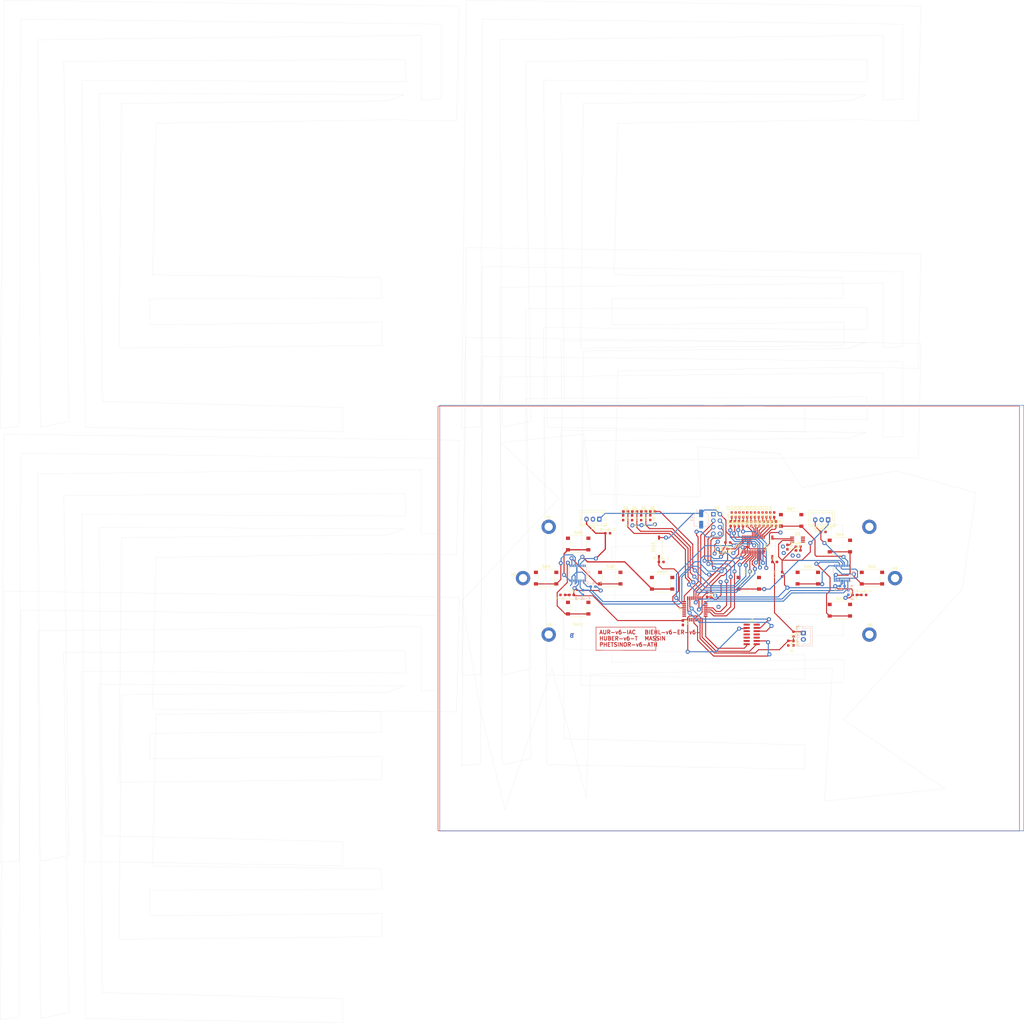
<source format=kicad_pcb>
(kicad_pcb (version 20221018) (generator pcbnew)
  (layers (0 "F.Cu" signal) (31 "B.Cu" signal) (34 "B.Paste" user) (35 "F.Paste" user) (36 "B.SilkS" user "B.Silkscreen") (37 "F.SilkS" user "F.Silkscreen") (38 "B.Mask" user) (39 "F.Mask" user) (44 "Edge.Cuts" user))
  (net 0 "")
  (net 1 "Glob_Alim-v6-")
  (net 2 "GND-v6-")
  (net 3 "POWER-v6-_CHECK-v6-")
  (net 4 "L-v6-i-ion-v6-")
  (net 5 "Net-(C7-Pad1)-v6-")
  (net 6 "Net-(C8-Pad1)-v6-")
  (net 7 "Net-(U3-BP)-v6-")
  (net 8 "Net-(D2-A)-v6-")
  (net 9 "Net-(D3-K)-v6-")
  (net 10 "Net-(D3-A)-v6-")
  (net 11 "Net-(D4-K)-v6-")
  (net 12 "Net-(D4-A)-v6-")
  (net 13 "Net-(D5-K)-v6-")
  (net 14 "Net-(D5-A)-v6-")
  (net 15 "Net-(D6-K)-v6-")
  (net 16 "Net-(D6-A)-v6-")
  (net 17 "Net-(D7-K)-v6-")
  (net 18 "Net-(D7-A)-v6-")
  (net 19 "Net-(D8-K)-v6-")
  (net 20 "Net-(D8-A)-v6-")
  (net 21 "Net-(D9-K)-v6-")
  (net 22 "Net-(D9-A)-v6-")
  (net 23 "Net-(D10-K)-v6-")
  (net 24 "Net-(D10-A)-v6-")
  (net 25 "Net-(D11-K)-v6-")
  (net 26 "Net-(D11-A)-v6-")
  (net 27 "Net-(D12-K)-v6-")
  (net 28 "Net-(D12-A)-v6-")
  (net 29 "Net-(D13-K)-v6-")
  (net 30 "Net-(D13-A)-v6-")
  (net 31 "Net-(D14-K)-v6-")
  (net 32 "Net-(D14-A)-v6-")
  (net 33 "Net-(D15-K)-v6-")
  (net 34 "Net-(D15-A)-v6-")
  (net 35 "Net-(D16-K)-v6-")
  (net 36 "Net-(D16-A)-v6-")
  (net 37 "Net-(D17-K)-v6-")
  (net 38 "Net-(D17-A)-v6-")
  (net 39 "Net-(D18-K)-v6-")
  (net 40 "Net-(D18-A)-v6-")
  (net 43 "SWDIO-v6-")
  (net 44 "SWDCK-v6-")
  (net 48 "R-v6-eset_Buton -v6-")
  (net 49 "USAR-v6-T2_R-v6-X-v6-")
  (net 50 "USAR-v6-T2_TX-v6-")
  (net 51 "R-v6-")
  (net 52 "L-v6-")
  (net 53 "NES{slash}SNES_switcher-v6-")
  (net 54 "DIO{slash}EX_CL-v6-K")
  (net 55 "DIO{slash}EX_SDA-v6-")
  (net 56 "DIODE_OE-v6-")
  (net 57 "Net-(#FL-v6-G05-pwr)")
  (net 58 "A_Button-v6-")
  (net 59 "B_Button-v6-")
  (net 60 "X_Button-v6-")
  (net 61 "Y_Button-v6-")
  (net 62 "UC_Button-v6-")
  (net 63 "Order_Search-v6-")
  (net 64 "L-v6-C_Button")
  (net 65 "R-v6-C_Button")
  (net 66 "DC_Button-v6-")
  (net 67 "ST_Button-v6-")
  (net 68 "SE_Button-v6-")
  (net 73 "Pin_Clock-v6-")
  (net 74 "Digital_Out_Put-v6-")
  (net 75 "MOSI-v6-")
  (net 79 "R-v6-X{slash}TX")
  (net 81 "CSN_nR-v6-F24")
  (footprint "R-v6-esistor_SMD:R-v6-_0603_1608Metric_Pad0.98x0.95mm_HandSolder" (layer "F.Cu") (at 285.742817 201.129817 90)
    (fp_text reference "R-v6-23")
    (fp_text value "1K")
  )
  (footprint "R-v6-esistor_SMD:R-v6-_0603_1608Metric_Pad0.98x0.95mm_HandSolder" (layer "F.Cu") (at 294.742817 201.129817 90)
    (fp_text reference "R-v6-29")
    (fp_text value "1K")
  )
  (footprint "R-v6-esistor_SMD:R-v6-_0603_1608Metric_Pad0.98x0.95mm_HandSolder" (layer "F.Cu") (at 337.154841 232.367317)
    (fp_text reference "R-v6-4")
    (fp_text value "1k")
  )
  (footprint "L-v6-ED_SMD:L-v6-ED_0603_1608Metric_Pad1.05x0.95mm_HandSolder" (layer "F.Cu") (at 311.602817 215.017317)
    (fp_text reference "D2")
    (fp_text value "L-v6-ED_Small")
  )
  (footprint "R-v6-esistor_SMD:R-v6-_0603_1608Metric_Pad0.98x0.95mm_HandSolder" (layer "F.Cu") (at 311.602817 213.493317)
    (fp_text reference "R-v6-3")
    (fp_text value "1K")
  )
  (footprint "L-v6-ED_SMD:L-v6-ED_0603_1608Metric_Pad1.05x0.95mm_HandSolder" (layer "F.Cu") (at 254.842817 199.817317)
    (fp_text reference "D6")
    (fp_text value "G4")
  )
  (footprint "R-v6-esistor_SMD:R-v6-_0603_1608Metric_Pad0.98x0.95mm_HandSolder" (layer "F.Cu") (at 284.152817 211.917317 180)
    (fp_text reference "R-v6-16")
    (fp_text value "10K")
  )
  (footprint "Button_Switch_SMD:SW_SPST_B3S-1000" (layer "F.Cu") (at 225.842817 212.517317)
    (fp_text reference "SW6")
    (fp_text value "SW_Push")
  )
  (footprint "L-v6-ED_SMD:L-v6-ED_0603_1608Metric_Pad1.05x0.95mm_HandSolder" (layer "F.Cu") (at 293.302817 204.629817 -90)
    (fp_text reference "D12")
    (fp_text value "O2")
  )
  (footprint "R-v6-esistor_SMD:R-v6-_0603_1608Metric_Pad0.98x0.95mm_HandSolder" (layer "F.Cu") (at 243.367817 202.292317 -90)
    (fp_text reference "R-v6-18")
    (fp_text value "1K")
  )
  (footprint "Connector_JST:JST_XH_B3B-XH-A_1x03_P2.50mm_Vertical" (layer "F.Cu") (at 234.092817 202.842317 180)
    (fp_text reference "J3")
    (fp_text value "Conn_01x03")
  )
  (footprint "R-v6-esistor_SMD:R-v6-_0603_1608Metric_Pad0.98x0.95mm_HandSolder" (layer "F.Cu") (at 287.242817 201.129817 90)
    (fp_text reference "R-v6-24")
    (fp_text value "1K")
  )
  (footprint "R-v6-esistor_SMD:R-v6-_0603_1608Metric_Pad0.98x0.95mm_HandSolder" (layer "F.Cu") (at 299.242817 201.129817 90)
    (fp_text reference "R-v6-32")
    (fp_text value "1K")
  )
  (footprint "R-v6-esistor_SMD:R-v6-_0603_1608Metric_Pad0.98x0.95mm_HandSolder" (layer "F.Cu") (at 253.942817 202.242317 -90)
    (fp_text reference "R-v6-22")
    (fp_text value "1K")
  )
  (footprint "Button_Switch_SMD:SW_SPST_B3S-1000" (layer "F.Cu") (at 327.842817 213.317317)
    (fp_text reference "SW4")
    (fp_text value "SW_Push")
  )
  (footprint "Capacitor_SMD:C_0603_1608Metric_Pad1.08x0.95mm_HandSolder" (layer "F.Cu") (at 305.337817 224.299817 -90)
    (fp_text reference "C10")
    (fp_text value "100nF")
  )
  (footprint "R-v6-esistor_SMD:R-v6-_0603_1608Metric_Pad0.98x0.95mm_HandSolder" (layer "F.Cu") (at 300.742817 201.129817 90)
    (fp_text reference "R-v6-33")
    (fp_text value "1K")
  )
  (footprint "Button_Switch_SMD:SW_SPST_B3S-1000" (layer "F.Cu") (at 327.842817 238.317317)
    (fp_text reference "SW3")
    (fp_text value "SW_Push")
  )
  (footprint "Button_Switch_SMD:SW_SPST_B3S-1000" (layer "F.Cu") (at 315.342817 225.817317)
    (fp_text reference "SW5")
    (fp_text value "SW_Push")
  )
  (footprint "R-v6-esistor_SMD:R-v6-_0603_1608Metric_Pad0.98x0.95mm_HandSolder" (layer "F.Cu") (at 297.742817 201.129817 90)
    (fp_text reference "R-v6-31")
    (fp_text value "1K")
  )
  (footprint "Button_Switch_SMD:SW_SPST_B3S-1000" (layer "F.Cu") (at 238.342817 225.817317)
    (fp_text reference "SW8")
    (fp_text value "SW_Push")
  )
  (footprint "R-v6-esistor_SMD:R-v6-_0603_1608Metric_Pad0.98x0.95mm_HandSolder" (layer "F.Cu") (at 258.192817 219.517317)
    (fp_text reference "R-v6-1")
    (fp_text value "1K")
  )
  (footprint "Package_QFP:L-v6-QFP-32_7x7mm_P0.8mm" (layer "F.Cu") (at 271.342817 237.817317 90)
    (fp_text reference "U1")
    (fp_text value "STM32L-v6-412KBTx")
  )
  (footprint "Button_Switch_SMD:SW_SPST_B3S-1000" (layer "F.Cu") (at 292.342817 227.817317)
    (fp_text reference "SW13")
    (fp_text value "SW_Push")
  )
  (footprint "Capacitor_SMD:C_0603_1608Metric_Pad1.08x0.95mm_HandSolder" (layer "F.Cu") (at 223.250793 232.367317)
    (fp_text reference "C8")
    (fp_text value "100nF")
  )
  (footprint "L-v6-ED_SMD:L-v6-ED_0603_1608Metric_Pad1.05x0.95mm_HandSolder" (layer "F.Cu") (at 302.942817 204.617317 -90)
    (fp_text reference "D18")
    (fp_text value "R-v6-4")
  )
  (footprint "L-v6-ED_SMD:L-v6-ED_0603_1608Metric_Pad1.05x0.95mm_HandSolder" (layer "F.Cu") (at 301.317817 204.617317 -90)
    (fp_text reference "D17")
    (fp_text value "R-v6-3")
  )
  (footprint "R-v6-esistor_SMD:R-v6-_0603_1608Metric_Pad0.98x0.95mm_HandSolder" (layer "F.Cu") (at 283.152817 214.417317 180)
    (fp_text reference "R-v6-11")
    (fp_text value "10K")
  )
  (footprint "Button_Switch_SMD:SW_SPST_B3S-1000" (layer "F.Cu") (at 258.552817 227.817317)
    (fp_text reference "SW12")
    (fp_text value "SW_Push")
  )
  (footprint "Button_Switch_SMD:SW_SPST_B3S-1000" (layer "F.Cu") (at 225.842817 237.517317)
    (fp_text reference "SW11")
    (fp_text value "SW_Push")
  )
  (footprint "L-v6-ED_SMD:L-v6-ED_0603_1608Metric_Pad1.05x0.95mm_HandSolder" (layer "F.Cu") (at 244.342817 199.817317)
    (fp_text reference "D3")
    (fp_text value "G1")
  )
  (footprint "Package_SO:TSSOP-28_4.4x9.7mm_P0.65mm" (layer "F.Cu") (at 294.076817 212.731317 90)
    (fp_text reference "U4")
    (fp_text value "PCA9685PW")
  )
  (footprint "R-v6-esistor_SMD:R-v6-_0603_1608Metric_Pad0.98x0.95mm_HandSolder" (layer "F.Cu") (at 250.392817 202.292317 -90)
    (fp_text reference "R-v6-21")
    (fp_text value "1K")
  )
  (footprint "MountingHole:MountingHole_3.2mm_M3_DIN965_Pad" (layer "F.Cu") (at 349.342817 225.817317)
    (fp_text reference "H5")
    (fp_text value "MountingHole_Pad")
  )
  (footprint "L-v6-ED_SMD:L-v6-ED_0603_1608Metric_Pad1.05x0.95mm_HandSolder" (layer "F.Cu") (at 288.467817 204.642317 -90)
    (fp_text reference "D9")
    (fp_text value "G7")
  )
  (footprint "Capacitor_SMD:C_0603_1608Metric_Pad1.08x0.95mm_HandSolder" (layer "F.Cu") (at 333.654841 232.367317 180)
    (fp_text reference "C7")
    (fp_text value "100nF")
  )
  (footprint "Button_Switch_SMD:SW_SPST_B3S-1000" (layer "F.Cu") (at 213.342817 225.817317)
    (fp_text reference "SW9")
    (fp_text value "SW_Push")
  )
  (footprint "R-v6-esistor_SMD:R-v6-_0603_1608Metric_Pad0.98x0.95mm_HandSolder" (layer "F.Cu") (at 293.242817 201.129817 90)
    (fp_text reference "R-v6-28")
    (fp_text value "1K")
  )
  (footprint "R-v6-esistor_SMD:R-v6-_0603_1608Metric_Pad0.98x0.95mm_HandSolder" (layer "F.Cu") (at 290.242817 201.129817 90)
    (fp_text reference "R-v6-26")
    (fp_text value "1K")
  )
  (footprint "R-v6-esistor_SMD:R-v6-_0603_1608Metric_Pad0.98x0.95mm_HandSolder" (layer "F.Cu") (at 302.242817 201.129817 90)
    (fp_text reference "R-v6-34")
    (fp_text value "1K")
  )
  (footprint "R-v6-esistor_SMD:R-v6-_0603_1608Metric_Pad0.98x0.95mm_HandSolder" (layer "F.Cu") (at 219.850793 232.367317 180)
    (fp_text reference "R-v6-7")
    (fp_text value "1k")
  )
  (footprint "Connector_PinHeader_1.27mm:PinHeader_2x07_P1.27mm_Vertical_SMD" (layer "F.Cu") (at 293.467817 247.757317)
    (fp_text reference "J2")
    (fp_text value "Conn_02x07_Odd_Even")
  )
  (footprint "MountingHole:MountingHole_3.2mm_M3_DIN965_Pad" (layer "F.Cu") (at 204.342817 225.817317)
    (fp_text reference "H2")
    (fp_text value "MountingHole_Pad")
  )
  (footprint "L-v6-ED_SMD:L-v6-ED_0603_1608Metric_Pad1.05x0.95mm_HandSolder" (layer "F.Cu") (at 247.842817 199.817317)
    (fp_text reference "D4")
    (fp_text value "G2")
  )
  (footprint "R-v6-esistor_SMD:R-v6-_0603_1608Metric_Pad0.98x0.95mm_HandSolder" (layer "F.Cu") (at 309.742817 247.617317 -90)
    (fp_text reference "R-v6-9")
    (fp_text value "1M")
  )
  (footprint "Capacitor_SMD:C_0603_1608Metric_Pad1.08x0.95mm_HandSolder" (layer "F.Cu") (at 307.392817 213.717317 -90)
    (fp_text reference "C9")
    (fp_text value "470p")
  )
  (footprint "R-v6-esistor_SMD:R-v6-_0603_1608Metric_Pad0.98x0.95mm_HandSolder" (layer "F.Cu") (at 246.867817 202.317317 -90)
    (fp_text reference "R-v6-20")
    (fp_text value "1K")
  )
  (footprint "MountingHole:MountingHole_3.2mm_M3_DIN965_Pad" (layer "F.Cu") (at 214.342817 205.817317)
    (fp_text reference "H1")
    (fp_text value "MountingHole_Pad")
  )
  (footprint "L-v6-ED_SMD:L-v6-ED_0603_1608Metric_Pad1.05x0.95mm_HandSolder" (layer "F.Cu") (at 298.117817 204.617317 -90)
    (fp_text reference "D15")
    (fp_text value "R-v6-1")
  )
  (footprint "L-v6-ED_SMD:L-v6-ED_0603_1608Metric_Pad1.05x0.95mm_HandSolder" (layer "F.Cu") (at 286.866817 204.642317 -90)
    (fp_text reference "D8")
    (fp_text value "G6")
  )
  (footprint "R-v6-esistor_SMD:R-v6-_0603_1608Metric_Pad0.98x0.95mm_HandSolder" (layer "F.Cu") (at 291.742817 201.129817 90)
    (fp_text reference "R-v6-27")
    (fp_text value "1K")
  )
  (footprint "L-v6-ED_SMD:L-v6-ED_0603_1608Metric_Pad1.05x0.95mm_HandSolder" (layer "F.Cu") (at 290.067817 204.642317 -90)
    (fp_text reference "D10")
    (fp_text value "G8")
  )
  (footprint "MountingHole:MountingHole_3.2mm_M3_DIN965_Pad" (layer "F.Cu") (at 339.342817 205.817317)
    (fp_text reference "H4")
    (fp_text value "MountingHole_Pad")
  )
  (footprint "Button_Switch_SMD:SW_SPST_B3S-1000" (layer "F.Cu") (at 340.342817 225.817317)
    (fp_text reference "SW2")
    (fp_text value "SW_Push")
  )
  (footprint "R-v6-esistor_SMD:R-v6-_0603_1608Metric_Pad0.98x0.95mm_HandSolder" (layer "F.Cu") (at 237.342817 208.317317)
    (fp_text reference "R-v6-2")
    (fp_text value "1K")
  )
  (footprint "L-v6-ED_SMD:L-v6-ED_0603_1608Metric_Pad1.05x0.95mm_HandSolder" (layer "F.Cu") (at 291.667817 204.642317 -90)
    (fp_text reference "D11")
    (fp_text value "O1")
  )
  (footprint "Button_Switch_SMD:SW_SPST_B3S-1000" (layer "F.Cu") (at 308.842817 203.317317)
    (fp_text reference "SW7")
    (fp_text value "SW_SPST")
  )
  (footprint "L-v6-ED_SMD:L-v6-ED_0603_1608Metric_Pad1.05x0.95mm_HandSolder" (layer "F.Cu") (at 296.517817 204.617317 -90)
    (fp_text reference "D14")
    (fp_text value "O4")
  )
  (footprint "L-v6-ED_SMD:L-v6-ED_0603_1608Metric_Pad1.05x0.95mm_HandSolder" (layer "F.Cu") (at 251.342817 199.817317)
    (fp_text reference "D5")
    (fp_text value "G3")
  )
  (footprint "Capacitor_SMD:C_0603_1608Metric_Pad1.08x0.95mm_HandSolder" (layer "F.Cu") (at 309.742817 251.154817 -90)
    (fp_text reference "C2")
    (fp_text value "1nF")
  )
  (footprint "R-v6-esistor_SMD:R-v6-_0603_1608Metric_Pad0.98x0.95mm_HandSolder" (layer "F.Cu") (at 321.342817 207.817317)
    (fp_text reference "R-v6-13")
    (fp_text value "1K")
  )
  (footprint "R-v6-esistor_SMD:R-v6-_0603_1608Metric_Pad0.98x0.95mm_HandSolder" (layer "F.Cu") (at 296.242817 201.129817 90)
    (fp_text reference "R-v6-30")
    (fp_text value "1K")
  )
  (footprint "Button_Switch_SMD:SW_DIP_SPSTx01_Slide_Copal_CHS-01B_W7.62mm_P1.27mm" (layer "F.Cu") (at 301.512817 213.817317 90)
    (fp_text reference "SW1")
    (fp_text value "SW_DIP_x01")
  )
  (footprint "R-v6-esistor_SMD:R-v6-_0603_1608Metric_Pad0.98x0.95mm_HandSolder" (layer "F.Cu") (at 307.742817 251.154817 -90)
    (fp_text reference "R-v6-10")
    (fp_text value "1M")
  )
  (footprint "Capacitor_SMD:C_0603_1608Metric_Pad1.08x0.95mm_HandSolder" (layer "F.Cu") (at 302.437817 219.517317)
    (fp_text reference "C4")
    (fp_text value "1u")
  )
  (footprint "Capacitor_SMD:C_0603_1608Metric_Pad1.08x0.95mm_HandSolder" (layer "F.Cu") (at 266.644817 243.211317 -90)
    (fp_text reference "C5")
    (fp_text value "100n")
  )
  (footprint "R-v6-esistor_SMD:R-v6-_0603_1608Metric_Pad0.98x0.95mm_HandSolder" (layer "F.Cu") (at 282.152817 215.917317)
    (fp_text reference "R-v6-14")
    (fp_text value "10K")
  )
  (footprint "MountingHole:MountingHole_3.2mm_M3_DIN965_Pad" (layer "F.Cu") (at 214.342817 247.817317)
    (fp_text reference "H3")
    (fp_text value "MountingHole_Pad")
  )
  (footprint "L-v6-ED_SMD:L-v6-ED_0603_1608Metric_Pad1.05x0.95mm_HandSolder" (layer "F.Cu") (at 294.917817 204.617317 -90)
    (fp_text reference "D13")
    (fp_text value "O3")
  )
  (footprint "Button_Switch_SMD:SW_DIP_SPSTx01_Slide_Copal_CHS-01B_W7.62mm_P1.27mm" (layer "F.Cu") (at 257.342817 213.817317 90)
    (fp_text reference "SW10")
    (fp_text value "SW_DIP_x01")
  )
  (footprint "Capacitor_SMD:C_0603_1608Metric_Pad1.08x0.95mm_HandSolder" (layer "F.Cu") (at 276.042817 232.289317 -90)
    (fp_text reference "C3")
    (fp_text value "100n")
  )
  (footprint "Connector_JST:JST_XH_B3B-XH-A_1x03_P2.50mm_Vertical" (layer "F.Cu") (at 323.246817 203.079317 180)
    (fp_text reference "J4")
    (fp_text value "Conn_01x03")
  )
  (footprint "MountingHole:MountingHole_3.2mm_M3_DIN965_Pad" (layer "F.Cu") (at 339.342817 247.817317)
    (fp_text reference "H6")
    (fp_text value "MountingHole_Pad")
  )
  (footprint "Package_SO:MSOP-8_3x3mm_P0.65mm" (layer "F.Cu") (at 311.342817 210.817317)
    (fp_text reference "U3")
    (fp_text value "MIC5219-3.3YMM")
  )
  (footprint "L-v6-ED_SMD:L-v6-ED_0603_1608Metric_Pad1.05x0.95mm_HandSolder" (layer "F.Cu") (at 285.267817 204.642317 -90)
    (fp_text reference "D7")
    (fp_text value "G5")
  )
  (footprint "Capacitor_SMD:C_0603_1608Metric_Pad1.08x0.95mm_HandSolder" (layer "F.Cu") (at 277.566817 232.289317 -90)
    (fp_text reference "C6")
    (fp_text value "10u")
  )
  (footprint "L-v6-ED_SMD:L-v6-ED_0603_1608Metric_Pad1.05x0.95mm_HandSolder" (layer "F.Cu") (at 299.717817 204.617317 -90)
    (fp_text reference "D16")
    (fp_text value "R-v6-2")
  )
  (footprint "Connector_PinHeader_2.54mm:PinHeader_2x04_P2.54mm_Vertical" (layer "F.Cu") (at 278.542817 200.877317)
    (fp_text reference "U2")
    (fp_text value "nR-v6-F24_Full")
  )
  (footprint "R-v6-esistor_SMD:R-v6-_0603_1608Metric_Pad0.98x0.95mm_HandSolder" (layer "F.Cu") (at 288.712817 201.129817 90)
    (fp_text reference "R-v6-25")
    (fp_text value "1K")
  )
  (footprint "R-v6-esistor_SMD:R-v6-_0603_1608Metric_Pad0.98x0.95mm_HandSolder" (layer "B.Cu") (at 231.652817 229.117317 180)
    (fp_text reference "R-v6-12")
    (fp_text value "10K")
  )
  (footprint "Capacitor_SMD:CP_Elec_5x5.4" (layer "B.Cu") (at 273.772817 202.787317 -90)
    (fp_text reference "C1")
    (fp_text value "22uF")
  )
  (footprint "Connector_JST:JST_XH_B2B-XH-A_1x02_P2.50mm_Vertical" (layer "B.Cu") (at 313.617817 247.217317 -90)
    (fp_text reference "J1")
    (fp_text value "Conn_01x02")
  )
  (footprint "R-v6-esistor_SMD:R-v6-_0603_1608Metric_Pad0.98x0.95mm_HandSolder" (layer "B.Cu") (at 227.652817 231.417317 90)
    (fp_text reference "R-v6-8")
    (fp_text value "10K")
  )
  (footprint "Package_SO:SSOP-20_4.4x6.5mm_P0.65mm" (layer "B.Cu") (at 225.652817 223.917317 90)
    (fp_text reference "U5")
    (fp_text value "PCF8574TS")
  )
  (footprint "R-v6-esistor_SMD:R-v6-_0603_1608Metric_Pad0.98x0.95mm_HandSolder" (layer "B.Cu") (at 328.752817 228.917317)
    (fp_text reference "R-v6-6")
    (fp_text value "10K")
  )
  (footprint "Package_SO:SSOP-20_4.4x6.5mm_P0.65mm" (layer "B.Cu") (at 328.652817 223.917317 90)
    (fp_text reference "U6")
    (fp_text value "PCF8574TS")
  )
  (footprint "R-v6-esistor_SMD:R-v6-_0603_1608Metric_Pad0.98x0.95mm_HandSolder" (layer "B.Cu") (at 331.152817 231.417317 90)
    (fp_text reference "R-v6-5")
    (fp_text value "10K")
  )
  (gr_rect (start 171.212817 158.787317) (end 397.852817 324.317317) (stroke (width 0.2)) (fill none) (layer "F.Cu"))
  (gr_rect (start 171.882817 158.447317) (end 399.532817 324.317317) (stroke (width 0.2)) (fill none) (layer "B.Cu"))
  (gr_line (start 58.929975 357.499839) (end 58.929975 347.429839) (stroke (width 0.05)) (layer "Edge.Cuts"))
  (gr_line (start 344.659822 170.946869) (end 344.659822 145.766869) (stroke (width 0.05)) (layer "Edge.Cuts"))
  (gr_line (start 182.149822 0.499956) (end 180.469822 167.379956) (stroke (width 0.05)) (layer "Edge.Cuts"))
  (gr_line (start 149.249975 304.359842) (end 149.579975 295.299842) (stroke (width 0.05)) (layer "Edge.Cuts"))
  (gr_line (start 375.502817 230.157317) (end 380.872817 192.547317) (stroke (width 0.05)) (layer "Edge.Cuts"))
  (gr_line (start 16.289975 336.259842) (end 27.369975 333.909842) (stroke (width 0.05)) (layer "Edge.Cuts"))
  (gr_line (start 158.309975 192.889842) (end 158.649975 201.619842) (stroke (width 0.05)) (layer "Edge.Cuts"))
  (gr_line (start 39.119975 205.979842) (end 157.979975 206.659842) (stroke (width 0.05)) (layer "Edge.Cuts"))
  (gr_line (start 329.219822 266.636869) (end 329.549822 257.576869) (stroke (width 0.05)) (layer "Edge.Cuts"))
  (gr_line (start 239.899822 204.106869) (end 241.249822 145.016869) (stroke (width 0.05)) (layer "Edge.Cuts"))
  (gr_line (start 164.689975 269.869839) (end 164.689975 244.689839) (stroke (width 0.05)) (layer "Edge.Cuts"))
  (gr_line (start 313.122817 190.457317) (end 304.472817 177.327317) (stroke (width 0.05)) (layer "Edge.Cuts"))
  (gr_line (start 332.239822 47.169956) (end 358.429822 47.509956) (stroke (width 0.05)) (layer "Edge.Cuts"))
  (gr_line (start 61.279975 278.939839) (end 152.269975 277.589839) (stroke (width 0.05)) (layer "Edge.Cuts"))
  (gr_line (start 207.339822 296.186869) (end 205.319822 155.836869) (stroke (width 0.05)) (layer "Edge.Cuts"))
  (gr_line (start 338.619822 128.896869) (end 212.369822 128.226869) (stroke (width 0.05)) (layer "Edge.Cuts"))
  (gr_line (start 195.682817 172.997317) (end 218.362817 194.787317) (stroke (width 0.05)) (layer "Edge.Cuts"))
  (gr_line (start 32.399975 200.949842) (end 33.739975 336.259842) (stroke (width 0.05)) (layer "Edge.Cuts"))
  (gr_line (start 238.899822 223.576869) (end 238.899822 213.506869) (stroke (width 0.05)) (layer "Edge.Cuts"))
  (gr_line (start 15.279975 185.169842) (end 16.289975 336.259842) (stroke (width 0.05)) (layer "Edge.Cuts"))
  (gr_line (start 332.239822 143.666869) (end 358.429822 144.006869) (stroke (width 0.05)) (layer "Edge.Cuts"))
  (gr_line (start 46.839975 136.149956) (end 149.249975 135.139956) (stroke (width 0.05)) (layer "Edge.Cuts"))
  (gr_line (start 40.459975 156.969956) (end 39.119975 36.759956) (stroke (width 0.05)) (layer "Edge.Cuts"))
  (gr_line (start 331.569822 171.286869) (end 227.819822 172.286869) (stroke (width 0.05)) (layer "Edge.Cuts"))
  (gr_line (start 338.279822 23.669956) (end 338.619822 32.399956) (stroke (width 0.05)) (layer "Edge.Cuts"))
  (gr_line (start 46.839975 305.369842) (end 149.249975 304.359842) (stroke (width 0.05)) (layer "Edge.Cuts"))
  (gr_line (start 32.399975 31.729956) (end 33.739975 167.039956) (stroke (width 0.05)) (layer "Edge.Cuts"))
  (gr_line (start 195.249822 147.446869) (end 196.259822 298.536869) (stroke (width 0.05)) (layer "Edge.Cuts"))
  (gr_line (start 238.899822 258.576869) (end 238.899822 248.506869) (stroke (width 0.05)) (layer "Edge.Cuts"))
  (gr_line (start 344.659822 39.449956) (end 344.659822 14.269956) (stroke (width 0.05)) (layer "Edge.Cuts"))
  (gr_line (start 8.559975 177.109842) (end 172.409975 179.119842) (stroke (width 0.05)) (layer "Edge.Cuts"))
  (gr_line (start 157.979975 37.439956) (end 151.599975 39.789956) (stroke (width 0.05)) (layer "Edge.Cuts"))
  (gr_line (start 158.309975 254.089839) (end 158.649975 262.819839) (stroke (width 0.05)) (layer "Edge.Cuts"))
  (gr_line (start 179.469975 172.069842) (end 2.179975 169.719842) (stroke (width 0.05)) (layer "Edge.Cuts"))
  (gr_line (start 314.109822 300.216869) (end 314.109822 290.816869) (stroke (width 0.05)) (layer "Edge.Cuts"))
  (gr_line (start 61.279975 217.739842) (end 152.269975 216.389842) (stroke (width 0.05)) (layer "Edge.Cuts"))
  (gr_line (start 196.259822 167.039956) (end 207.339822 164.689956) (stroke (width 0.05)) (layer "Edge.Cuts"))
  (gr_line (start 337.949822 168.936869) (end 331.569822 171.286869) (stroke (width 0.05)) (layer "Edge.Cuts"))
  (gr_line (start 188.529822 7.889956) (end 352.379822 9.899956) (stroke (width 0.05)) (layer "Edge.Cuts"))
  (gr_line (start 148.909975 339.039839) (end 59.929975 338.029839) (stroke (width 0.05)) (layer "Edge.Cuts"))
  (gr_line (start 226.809822 232.646869) (end 329.219822 231.636869) (stroke (width 0.05)) (layer "Edge.Cuts"))
  (gr_line (start 33.739975 397.459839) (end 134.139975 399.139839) (stroke (width 0.05)) (layer "Edge.Cuts"))
  (gr_line (start 58.929975 286.229842) (end 149.249975 285.899842) (stroke (width 0.05)) (layer "Edge.Cuts"))
  (gr_line (start 359.439822 99.346869) (end 182.149822 96.996869) (stroke (width 0.05)) (layer "Edge.Cuts"))
  (gr_line (start 172.409975 269.529839) (end 164.689975 269.869839) (stroke (width 0.05)) (layer "Edge.Cuts"))
  (gr_line (start 197.322817 316.107317) (end 215.682817 260.897317) (stroke (width 0.05)) (layer "Edge.Cuts"))
  (gr_line (start 314.109822 255.816869) (end 220.429822 253.466869) (stroke (width 0.05)) (layer "Edge.Cuts"))
  (gr_line (start 238.899822 213.506869) (end 329.219822 213.176869) (stroke (width 0.05)) (layer "Edge.Cuts"))
  (gr_line (start 149.249975 365.559839) (end 149.579975 356.499839) (stroke (width 0.05)) (layer "Edge.Cuts"))
  (gr_line (start 40.459975 326.189842) (end 39.119975 205.979842) (stroke (width 0.05)) (layer "Edge.Cuts"))
  (gr_line (start 239.899822 239.106869) (end 241.249822 180.016869) (stroke (width 0.05)) (layer "Edge.Cuts"))
  (gr_line (start 172.409975 240.319839) (end 172.409975 269.529839) (stroke (width 0.05)) (layer "Edge.Cuts"))
  (gr_line (start 188.529822 139.386869) (end 352.379822 141.396869) (stroke (width 0.05)) (layer "Edge.Cuts"))
  (gr_line (start 15.279975 15.949956) (end 16.289975 167.039956) (stroke (width 0.05)) (layer "Edge.Cuts"))
  (gr_line (start 329.549822 126.079956) (end 238.899822 127.079956) (stroke (width 0.05)) (layer "Edge.Cuts"))
  (gr_line (start 58.929975 127.079956) (end 58.929975 117.009956) (stroke (width 0.05)) (layer "Edge.Cuts"))
  (gr_line (start 344.659822 135.946869) (end 344.659822 110.766869) (stroke (width 0.05)) (layer "Edge.Cuts"))
  (gr_line (start 180.469822 298.876869) (end 187.859822 298.196869) (stroke (width 0.05)) (layer "Edge.Cuts"))
  (gr_line (start 152.269975 277.589839) (end 178.459975 277.929839) (stroke (width 0.05)) (layer "Edge.Cuts"))
  (gr_line (start 134.139975 168.719956) (end 134.139975 159.319956) (stroke (width 0.05)) (layer "Edge.Cuts"))
  (gr_line (start 33.739975 336.259842) (end 134.139975 337.939842) (stroke (width 0.05)) (layer "Edge.Cuts"))
  (gr_line (start 196.259822 263.536869) (end 207.339822 261.186869) (stroke (width 0.05)) (layer "Edge.Cuts"))
  (gr_line (start 164.689975 244.689839) (end 15.279975 246.369839) (stroke (width 0.05)) (layer "Edge.Cuts"))
  (gr_line (start 314.109822 265.216869) (end 314.109822 255.816869) (stroke (width 0.05)) (layer "Edge.Cuts"))
  (gr_line (start 25.349975 193.559842) (end 158.309975 192.889842) (stroke (width 0.05)) (layer "Edge.Cuts"))
  (gr_line (start 148.909975 108.619956) (end 59.929975 107.609956) (stroke (width 0.05)) (layer "Edge.Cuts"))
  (gr_line (start 196.259822 298.536869) (end 207.339822 296.186869) (stroke (width 0.05)) (layer "Edge.Cuts"))
  (gr_line (start 227.819822 172.286869) (end 226.809822 267.646869) (stroke (width 0.05)) (layer "Edge.Cuts"))
  (gr_line (start 352.379822 9.899956) (end 352.379822 39.109956) (stroke (width 0.05)) (layer "Edge.Cuts"))
  (gr_line (start 32.399975 262.149839) (end 33.739975 397.459839) (stroke (width 0.05)) (layer "Edge.Cuts"))
  (gr_line (start 304.472817 177.327317) (end 272.382817 174.637317) (stroke (width 0.05)) (layer "Edge.Cuts"))
  (gr_line (start 218.362817 194.787317) (end 180.462817 234.777317) (stroke (width 0.05)) (layer "Edge.Cuts"))
  (gr_line (start 314.109822 290.816869) (end 220.429822 288.466869) (stroke (width 0.05)) (layer "Edge.Cuts"))
  (gr_line (start 329.549822 222.576869) (end 238.899822 223.576869) (stroke (width 0.05)) (layer "Edge.Cuts"))
  (gr_line (start 219.089822 36.759956) (end 337.949822 37.439956) (stroke (width 0.05)) (layer "Edge.Cuts"))
  (gr_line (start 338.279822 155.166869) (end 338.619822 163.896869) (stroke (width 0.05)) (layer "Edge.Cuts"))
  (gr_line (start 178.459975 47.509956) (end 179.469975 2.849956) (stroke (width 0.05)) (layer "Edge.Cuts"))
  (gr_line (start 331.569822 39.789956) (end 227.819822 40.789956) (stroke (width 0.05)) (layer "Edge.Cuts"))
  (gr_line (start 152.269975 216.389842) (end 178.459975 216.729842) (stroke (width 0.05)) (layer "Edge.Cuts"))
  (gr_line (start 215.682817 260.897317) (end 228.962817 311.187317) (stroke (width 0.05)) (layer "Edge.Cuts"))
  (gr_line (start 178.459975 277.929839) (end 179.469975 233.269839) (stroke (width 0.05)) (layer "Edge.Cuts"))
  (gr_line (start 213.709822 298.536869) (end 314.109822 300.216869) (stroke (width 0.05)) (layer "Edge.Cuts"))
  (gr_line (start 149.249975 285.899842) (end 148.909975 277.839842) (stroke (width 0.05)) (layer "Edge.Cuts"))
  (gr_line (start 46.839975 366.569839) (end 149.249975 365.559839) (stroke (width 0.05)) (layer "Edge.Cuts"))
  (gr_line (start 59.929975 107.609956) (end 61.279975 48.519956) (stroke (width 0.05)) (layer "Edge.Cuts"))
  (gr_line (start 152.269975 47.169956) (end 178.459975 47.509956) (stroke (width 0.05)) (layer "Edge.Cuts"))
  (gr_line (start 58.929975 296.299842) (end 58.929975 286.229842) (stroke (width 0.05)) (layer "Edge.Cuts"))
  (gr_line (start 39.119975 267.179839) (end 157.979975 267.859839) (stroke (width 0.05)) (layer "Edge.Cuts"))
  (gr_line (start 207.339822 164.689956) (end 205.319822 24.339956) (stroke (width 0.05)) (layer "Edge.Cuts"))
  (gr_line (start 158.649975 32.399956) (end 32.399975 31.729956) (stroke (width 0.05)) (layer "Edge.Cuts"))
  (gr_line (start 149.579975 295.299842) (end 58.929975 296.299842) (stroke (width 0.05)) (layer "Edge.Cuts"))
  (gr_line (start 329.219822 135.139956) (end 329.549822 126.079956) (stroke (width 0.05)) (layer "Edge.Cuts"))
  (gr_line (start 59.929975 338.029839) (end 61.279975 278.939839) (stroke (width 0.05)) (layer "Edge.Cuts"))
  (gr_line (start 195.249822 15.949956) (end 196.259822 167.039956) (stroke (width 0.05)) (layer "Edge.Cuts"))
  (gr_line (start 7.889975 335.919842) (end 8.559975 177.109842) (stroke (width 0.05)) (layer "Edge.Cuts"))
  (gr_line (start 172.409975 39.109956) (end 164.689975 39.449956) (stroke (width 0.05)) (layer "Edge.Cuts"))
  (gr_line (start 0.499975 167.379956) (end 7.889975 166.699956) (stroke (width 0.05)) (layer "Edge.Cuts"))
  (gr_line (start 228.962817 311.187317) (end 230.602817 263.277317) (stroke (width 0.05)) (layer "Edge.Cuts"))
  (gr_line (start 220.429822 288.466869) (end 219.089822 168.256869) (stroke (width 0.05)) (layer "Edge.Cuts"))
  (gr_line (start 40.459975 387.389839) (end 39.119975 267.179839) (stroke (width 0.05)) (layer "Edge.Cuts"))
  (gr_line (start 149.249975 347.099839) (end 148.909975 339.039839) (stroke (width 0.05)) (layer "Edge.Cuts"))
  (gr_line (start 329.549822 257.576869) (end 238.899822 258.576869) (stroke (width 0.05)) (layer "Edge.Cuts"))
  (gr_line (start 179.469975 233.269839) (end 2.179975 230.919839) (stroke (width 0.05)) (layer "Edge.Cuts"))
  (gr_line (start 332.239822 178.666869) (end 358.429822 179.006869) (stroke (width 0.05)) (layer "Edge.Cuts"))
  (gr_line (start 149.249975 135.139956) (end 149.579975 126.079956) (stroke (width 0.05)) (layer "Edge.Cuts"))
  (gr_line (start 0.499975 397.799839) (end 7.889975 397.119839) (stroke (width 0.05)) (layer "Edge.Cuts"))
  (gr_line (start 187.859822 298.196869) (end 188.529822 139.386869) (stroke (width 0.05)) (layer "Edge.Cuts"))
  (gr_line (start 241.249822 145.016869) (end 332.239822 143.666869) (stroke (width 0.05)) (layer "Edge.Cuts"))
  (gr_line (start 227.819822 137.286869) (end 226.809822 232.646869) (stroke (width 0.05)) (layer "Edge.Cuts"))
  (gr_line (start 230.602817 263.277317) (end 324.912817 260.897317) (stroke (width 0.05)) (layer "Edge.Cuts"))
  (gr_line (start 61.279975 48.519956) (end 152.269975 47.169956) (stroke (width 0.05)) (layer "Edge.Cuts"))
  (gr_line (start 329.242817 281.037317) (end 375.502817 230.157317) (stroke (width 0.05)) (layer "Edge.Cuts"))
  (gr_line (start 15.279975 246.369839) (end 16.289975 397.459839) (stroke (width 0.05)) (layer "Edge.Cuts"))
  (gr_line (start 59.929975 276.829842) (end 61.279975 217.739842) (stroke (width 0.05)) (layer "Edge.Cuts"))
  (gr_line (start 220.429822 156.969956) (end 219.089822 36.759956) (stroke (width 0.05)) (layer "Edge.Cuts"))
  (gr_line (start 207.339822 261.186869) (end 205.319822 120.836869) (stroke (width 0.05)) (layer "Edge.Cuts"))
  (gr_line (start 134.139975 389.739839) (end 40.459975 387.389839) (stroke (width 0.05)) (layer "Edge.Cuts"))
  (gr_line (start 205.319822 155.836869) (end 338.279822 155.166869) (stroke (width 0.05)) (layer "Edge.Cuts"))
  (gr_line (start 344.659822 110.766869) (end 195.249822 112.446869) (stroke (width 0.05)) (layer "Edge.Cuts"))
  (gr_line (start 148.909975 277.839842) (end 59.929975 276.829842) (stroke (width 0.05)) (layer "Edge.Cuts"))
  (gr_line (start 328.879822 205.116869) (end 239.899822 204.106869) (stroke (width 0.05)) (layer "Edge.Cuts"))
  (gr_line (start 151.599975 270.209839) (end 47.849975 271.209839) (stroke (width 0.05)) (layer "Edge.Cuts"))
  (gr_line (start 329.219822 213.176869) (end 328.879822 205.116869) (stroke (width 0.05)) (layer "Edge.Cuts"))
  (gr_line (start 359.439822 2.849956) (end 182.149822 0.499956) (stroke (width 0.05)) (layer "Edge.Cuts"))
  (gr_line (start 149.249975 116.679956) (end 148.909975 108.619956) (stroke (width 0.05)) (layer "Edge.Cuts"))
  (gr_line (start 2.179975 169.719842) (end 0.499975 336.599842) (stroke (width 0.05)) (layer "Edge.Cuts"))
  (gr_line (start 321.932817 312.677317) (end 368.792817 307.897317) (stroke (width 0.05)) (layer "Edge.Cuts"))
  (gr_line (start 8.559975 7.889956) (end 172.409975 9.899956) (stroke (width 0.05)) (layer "Edge.Cuts"))
  (gr_line (start 172.409975 208.329842) (end 164.689975 208.669842) (stroke (width 0.05)) (layer "Edge.Cuts"))
  (gr_line (start 212.369822 163.226869) (end 213.709822 298.536869) (stroke (width 0.05)) (layer "Edge.Cuts"))
  (gr_line (start 7.889975 166.699956) (end 8.559975 7.889956) (stroke (width 0.05)) (layer "Edge.Cuts"))
  (gr_line (start 241.249822 180.016869) (end 332.239822 178.666869) (stroke (width 0.05)) (layer "Edge.Cuts"))
  (gr_line (start 180.469822 167.379956) (end 187.859822 166.699956) (stroke (width 0.05)) (layer "Edge.Cuts"))
  (gr_line (start 27.369975 395.109839) (end 25.349975 254.759839) (stroke (width 0.05)) (layer "Edge.Cuts"))
  (gr_line (start 25.349975 254.759839) (end 158.309975 254.089839) (stroke (width 0.05)) (layer "Edge.Cuts"))
  (gr_line (start 314.109822 168.719956) (end 314.109822 159.319956) (stroke (width 0.05)) (layer "Edge.Cuts"))
  (gr_line (start 337.949822 37.439956) (end 331.569822 39.789956) (stroke (width 0.05)) (layer "Edge.Cuts"))
  (gr_line (start 164.689975 39.449956) (end 164.689975 14.269956) (stroke (width 0.05)) (layer "Edge.Cuts"))
  (gr_line (start 8.559975 238.309839) (end 172.409975 240.319839) (stroke (width 0.05)) (layer "Edge.Cuts"))
  (gr_line (start 172.409975 179.119842) (end 172.409975 208.329842) (stroke (width 0.05)) (layer "Edge.Cuts"))
  (gr_line (start 180.462817 234.777317) (end 187.772817 277.907317) (stroke (width 0.05)) (layer "Edge.Cuts"))
  (gr_line (start 158.309975 23.669956) (end 158.649975 32.399956) (stroke (width 0.05)) (layer "Edge.Cuts"))
  (gr_line (start 151.599975 39.789956) (end 47.849975 40.789956) (stroke (width 0.05)) (layer "Edge.Cuts"))
  (gr_line (start 352.379822 106.396869) (end 352.379822 135.606869) (stroke (width 0.05)) (layer "Edge.Cuts"))
  (gr_line (start 205.319822 24.339956) (end 338.279822 23.669956) (stroke (width 0.05)) (layer "Edge.Cuts"))
  (gr_line (start 213.709822 263.536869) (end 314.109822 265.216869) (stroke (width 0.05)) (layer "Edge.Cuts"))
  (gr_line (start 172.409975 9.899956) (end 172.409975 39.109956) (stroke (width 0.05)) (layer "Edge.Cuts"))
  (gr_line (start 344.659822 145.766869) (end 195.249822 147.446869) (stroke (width 0.05)) (layer "Edge.Cuts"))
  (gr_line (start 180.469822 263.876869) (end 187.859822 263.196869) (stroke (width 0.05)) (layer "Edge.Cuts"))
  (gr_line (start 212.369822 31.729956) (end 213.709822 167.039956) (stroke (width 0.05)) (layer "Edge.Cuts"))
  (gr_line (start 324.912817 260.897317) (end 321.932817 312.677317) (stroke (width 0.05)) (layer "Edge.Cuts"))
  (gr_line (start 352.379822 39.109956) (end 344.659822 39.449956) (stroke (width 0.05)) (layer "Edge.Cuts"))
  (gr_line (start 352.379822 170.606869) (end 344.659822 170.946869) (stroke (width 0.05)) (layer "Edge.Cuts"))
  (gr_line (start 344.659822 14.269956) (end 195.249822 15.949956) (stroke (width 0.05)) (layer "Edge.Cuts"))
  (gr_line (start 368.792817 307.897317) (end 329.242817 281.037317) (stroke (width 0.05)) (layer "Edge.Cuts"))
  (gr_line (start 329.219822 116.679956) (end 328.879822 108.619956) (stroke (width 0.05)) (layer "Edge.Cuts"))
  (gr_line (start 337.949822 133.936869) (end 331.569822 136.286869) (stroke (width 0.05)) (layer "Edge.Cuts"))
  (gr_line (start 195.249822 112.446869) (end 196.259822 263.536869) (stroke (width 0.05)) (layer "Edge.Cuts"))
  (gr_line (start 338.619822 32.399956) (end 212.369822 31.729956) (stroke (width 0.05)) (layer "Edge.Cuts"))
  (gr_line (start 187.859822 263.196869) (end 188.529822 104.386869) (stroke (width 0.05)) (layer "Edge.Cuts"))
  (gr_line (start 328.879822 240.116869) (end 239.899822 239.106869) (stroke (width 0.05)) (layer "Edge.Cuts"))
  (gr_line (start 358.429822 144.006869) (end 359.439822 99.346869) (stroke (width 0.05)) (layer "Edge.Cuts"))
  (gr_line (start 164.689975 14.269956) (end 15.279975 15.949956) (stroke (width 0.05)) (layer "Edge.Cuts"))
  (gr_line (start 47.849975 271.209839) (end 46.839975 366.569839) (stroke (width 0.05)) (layer "Edge.Cuts"))
  (gr_line (start 7.889975 397.119839) (end 8.559975 238.309839) (stroke (width 0.05)) (layer "Edge.Cuts"))
  (gr_line (start 239.899822 107.609956) (end 241.249822 48.519956) (stroke (width 0.05)) (layer "Edge.Cuts"))
  (gr_line (start 227.819822 40.789956) (end 226.809822 136.149956) (stroke (width 0.05)) (layer "Edge.Cuts"))
  (gr_line (start 164.689975 183.489842) (end 15.279975 185.169842) (stroke (width 0.05)) (layer "Edge.Cuts"))
  (gr_line (start 151.599975 209.009842) (end 47.849975 210.009842) (stroke (width 0.05)) (layer "Edge.Cuts"))
  (gr_line (start 220.429822 253.466869) (end 219.089822 133.256869) (stroke (width 0.05)) (layer "Edge.Cuts"))
  (gr_line (start 314.109822 159.319956) (end 220.429822 156.969956) (stroke (width 0.05)) (layer "Edge.Cuts"))
  (gr_line (start 16.289975 397.459839) (end 27.369975 395.109839) (stroke (width 0.05)) (layer "Edge.Cuts"))
  (gr_line (start 226.809822 136.149956) (end 329.219822 135.139956) (stroke (width 0.05)) (layer "Edge.Cuts"))
  (gr_line (start 188.529822 104.386869) (end 352.379822 106.396869) (stroke (width 0.05)) (layer "Edge.Cuts"))
  (gr_line (start 187.859822 166.699956) (end 188.529822 7.889956) (stroke (width 0.05)) (layer "Edge.Cuts"))
  (gr_line (start 219.089822 133.256869) (end 337.949822 133.936869) (stroke (width 0.05)) (layer "Edge.Cuts"))
  (gr_line (start 349.982817 184.037317) (end 313.122817 190.457317) (stroke (width 0.05)) (layer "Edge.Cuts"))
  (gr_line (start 158.649975 262.819839) (end 32.399975 262.149839) (stroke (width 0.05)) (layer "Edge.Cuts"))
  (gr_line (start 358.429822 179.006869) (end 359.439822 134.346869) (stroke (width 0.05)) (layer "Edge.Cuts"))
  (gr_line (start 331.569822 136.286869) (end 227.819822 137.286869) (stroke (width 0.05)) (layer "Edge.Cuts"))
  (gr_line (start 16.289975 167.039956) (end 27.369975 164.689956) (stroke (width 0.05)) (layer "Edge.Cuts"))
  (gr_line (start 359.439822 134.346869) (end 182.149822 131.996869) (stroke (width 0.05)) (layer "Edge.Cuts"))
  (gr_line (start 352.379822 141.396869) (end 352.379822 170.606869) (stroke (width 0.05)) (layer "Edge.Cuts"))
  (gr_line (start 149.579975 126.079956) (end 58.929975 127.079956) (stroke (width 0.05)) (layer "Edge.Cuts"))
  (gr_line (start 182.149822 96.996869) (end 180.469822 263.876869) (stroke (width 0.05)) (layer "Edge.Cuts"))
  (gr_line (start 219.089822 168.256869) (end 337.949822 168.936869) (stroke (width 0.05)) (layer "Edge.Cuts"))
  (gr_line (start 329.219822 231.636869) (end 329.549822 222.576869) (stroke (width 0.05)) (layer "Edge.Cuts"))
  (gr_line (start 187.772817 277.907317) (end 197.322817 316.107317) (stroke (width 0.05)) (layer "Edge.Cuts"))
  (gr_line (start 338.279822 120.166869) (end 338.619822 128.896869) (stroke (width 0.05)) (layer "Edge.Cuts"))
  (gr_line (start 149.579975 356.499839) (end 58.929975 357.499839) (stroke (width 0.05)) (layer "Edge.Cuts"))
  (gr_line (start 352.379822 135.606869) (end 344.659822 135.946869) (stroke (width 0.05)) (layer "Edge.Cuts"))
  (gr_line (start 157.979975 267.859839) (end 151.599975 270.209839) (stroke (width 0.05)) (layer "Edge.Cuts"))
  (gr_line (start 205.319822 120.836869) (end 338.279822 120.166869) (stroke (width 0.05)) (layer "Edge.Cuts"))
  (gr_line (start 338.619822 163.896869) (end 212.369822 163.226869) (stroke (width 0.05)) (layer "Edge.Cuts"))
  (gr_line (start 329.219822 248.176869) (end 328.879822 240.116869) (stroke (width 0.05)) (layer "Edge.Cuts"))
  (gr_line (start 380.872817 192.547317) (end 349.982817 184.037317) (stroke (width 0.05)) (layer "Edge.Cuts"))
  (gr_line (start 27.369975 333.909842) (end 25.349975 193.559842) (stroke (width 0.05)) (layer "Edge.Cuts"))
  (gr_line (start 273.582817 194.187317) (end 230.752817 192.997317) (stroke (width 0.05)) (layer "Edge.Cuts"))
  (gr_line (start 158.649975 201.619842) (end 32.399975 200.949842) (stroke (width 0.05)) (layer "Edge.Cuts"))
  (gr_line (start 241.249822 48.519956) (end 332.239822 47.169956) (stroke (width 0.05)) (layer "Edge.Cuts"))
  (gr_line (start 33.739975 167.039956) (end 134.139975 168.719956) (stroke (width 0.05)) (layer "Edge.Cuts"))
  (gr_line (start 47.849975 40.789956) (end 46.839975 136.149956) (stroke (width 0.05)) (layer "Edge.Cuts"))
  (gr_line (start 178.459975 216.729842) (end 179.469975 172.069842) (stroke (width 0.05)) (layer "Edge.Cuts"))
  (gr_line (start 179.469975 2.849956) (end 2.179975 0.499956) (stroke (width 0.05)) (layer "Edge.Cuts"))
  (gr_line (start 230.752817 192.997317) (end 227.912817 169.717317) (stroke (width 0.05)) (layer "Edge.Cuts"))
  (gr_line (start 328.879822 108.619956) (end 239.899822 107.609956) (stroke (width 0.05)) (layer "Edge.Cuts"))
  (gr_line (start 134.139975 328.539842) (end 40.459975 326.189842) (stroke (width 0.05)) (layer "Edge.Cuts"))
  (gr_line (start 157.979975 206.659842) (end 151.599975 209.009842) (stroke (width 0.05)) (layer "Edge.Cuts"))
  (gr_line (start 58.929975 347.429839) (end 149.249975 347.099839) (stroke (width 0.05)) (layer "Edge.Cuts"))
  (gr_line (start 212.369822 128.226869) (end 213.709822 263.536869) (stroke (width 0.05)) (layer "Edge.Cuts"))
  (gr_line (start 2.179975 0.499956) (end 0.499975 167.379956) (stroke (width 0.05)) (layer "Edge.Cuts"))
  (gr_line (start 227.912817 169.717317) (end 195.682817 172.997317) (stroke (width 0.05)) (layer "Edge.Cuts"))
  (gr_line (start 213.709822 167.039956) (end 314.109822 168.719956) (stroke (width 0.05)) (layer "Edge.Cuts"))
  (gr_line (start 47.849975 210.009842) (end 46.839975 305.369842) (stroke (width 0.05)) (layer "Edge.Cuts"))
  (gr_line (start 182.149822 131.996869) (end 180.469822 298.876869) (stroke (width 0.05)) (layer "Edge.Cuts"))
  (gr_line (start 27.369975 164.689956) (end 25.349975 24.339956) (stroke (width 0.05)) (layer "Edge.Cuts"))
  (gr_line (start 272.382817 174.637317) (end 273.582817 194.187317) (stroke (width 0.05)) (layer "Edge.Cuts"))
  (gr_line (start 58.929975 117.009956) (end 149.249975 116.679956) (stroke (width 0.05)) (layer "Edge.Cuts"))
  (gr_line (start 2.179975 230.919839) (end 0.499975 397.799839) (stroke (width 0.05)) (layer "Edge.Cuts"))
  (gr_line (start 134.139975 399.139839) (end 134.139975 389.739839) (stroke (width 0.05)) (layer "Edge.Cuts"))
  (gr_line (start 25.349975 24.339956) (end 158.309975 23.669956) (stroke (width 0.05)) (layer "Edge.Cuts"))
  (gr_line (start 238.899822 117.009956) (end 329.219822 116.679956) (stroke (width 0.05)) (layer "Edge.Cuts"))
  (gr_line (start 238.899822 127.079956) (end 238.899822 117.009956) (stroke (width 0.05)) (layer "Edge.Cuts"))
  (gr_line (start 134.139975 159.319956) (end 40.459975 156.969956) (stroke (width 0.05)) (layer "Edge.Cuts"))
  (gr_line (start 226.809822 267.646869) (end 329.219822 266.636869) (stroke (width 0.05)) (layer "Edge.Cuts"))
  (gr_line (start 39.119975 36.759956) (end 157.979975 37.439956) (stroke (width 0.05)) (layer "Edge.Cuts"))
  (gr_line (start 164.689975 208.669842) (end 164.689975 183.489842) (stroke (width 0.05)) (layer "Edge.Cuts"))
  (gr_line (start 0.499975 336.599842) (end 7.889975 335.919842) (stroke (width 0.05)) (layer "Edge.Cuts"))
  (gr_line (start 134.139975 337.939842) (end 134.139975 328.539842) (stroke (width 0.05)) (layer "Edge.Cuts"))
  (gr_line (start 358.429822 47.509956) (end 359.439822 2.849956) (stroke (width 0.05)) (layer "Edge.Cuts"))
  (gr_line (start 238.899822 248.506869) (end 329.219822 248.176869) (stroke (width 0.05)) (layer "Edge.Cuts"))
  (gr_text "T" (at 222.972817 249.197317) (layer "F.Cu") (effects (font (size 1.5 1.5) (thickness 0.3) bold) (justify left bottom)))
  (gr_text "B" (at 224.252817 249.127317) (layer "B.Cu") (effects (font (size 1.5 1.5) (thickness 0.3) bold) (justify left bottom mirror)))
  (gr_text_box "AUR-v6-IAC	BIEHL-v6-ER-v6-\nHUBER-v6-T	MASSIN\nPHETSINOR-v6-ATH\n" (start 232.792817 244.917317) (end 256.112817 253.927317) (layer "F.Cu") (effects (font (size 1.5 1.5) (thickness 0.3) bold) (justify left top)) (stroke (width 0.2)))
  (segment (start 289.312817 218.017317) (end 289.593634 218.017317) (width 0.4) (layer "F.Cu") (net 1))
  (segment (start 278.082317 231.426817) (end 279.252817 232.597317) (width 0.4) (layer "F.Cu") (net 1))
  (segment (start 289.312817 218.017317) (end 289.312817 216.132817) (width 0.4) (layer "F.Cu") (net 1))
  (segment (start 327.062817 229.967317) (end 332.242817 229.967317) (width 0.4) (layer "F.Cu") (net 1))
  (segment (start 266.644817 242.348817) (end 241.244317 242.348817) (width 0.4) (layer "F.Cu") (net 1))
  (segment (start 313.124317 218.845817) (end 316.332817 215.637317) (width 0.4) (layer "F.Cu") (net 1))
  (segment (start 330.032817 233.497317) (end 331.662341 233.497317) (width 0.4) (layer "F.Cu") (net 1))
  (segment (start 303.952817 217.460817) (end 303.952817 212.617317) (width 0.4) (layer "F.Cu") (net 1))
  (segment (start 283.412817 203.207317) (end 283.412817 205.037317) (width 0.4) (layer "F.Cu") (net 1))
  (segment (start 306.262817 228.417317) (end 307.392817 229.547317) (width 0.4) (layer "F.Cu") (net 1))
  (segment (start 332.242817 229.967317) (end 332.792341 230.516841) (width 0.4) (layer "F.Cu") (net 1))
  (segment (start 290.893634 218.017317) (end 292.451817 216.459134) (width 0.4) (layer "F.Cu") (net 1))
  (segment (start 281.082817 200.877317) (end 283.412817 203.207317) (width 0.4) (layer "F.Cu") (net 1))
  (segment (start 274.142817 233.326817) (end 274.142817 233.642317) (width 0.4) (layer "F.Cu") (net 1))
  (segment (start 316.332817 215.637317) (end 316.332817 212.097317) (width 0.4) (layer "F.Cu") (net 1))
  (segment (start 291.151817 216.459134) (end 291.151817 215.593817) (width 0.4) (layer "F.Cu") (net 1))
  (segment (start 283.412817 207.617317) (end 283.412817 211.744817) (width 0.4) (layer "F.Cu") (net 1))
  (segment (start 277.566817 231.426817) (end 277.566817 228.873317) (width 0.4) (layer "F.Cu") (net 1))
  (segment (start 281.240317 215.917317) (end 280.262317 214.939317) (width 0.4) (layer "F.Cu") (net 1))
  (segment (start 326.052817 228.957317) (end 327.062817 229.967317) (width 0.4) (layer "F.Cu") (net 1))
  (segment (start 271.742817 241.229144) (end 271.742817 241.992317) (width 0.4) (layer "F.Cu") (net 1))
  (segment (start 234.602817 230.637317) (end 225.312817 230.637317) (width 0.4) (layer "F.Cu") (net 1))
  (segment (start 268.542817 241.992317) (end 268.542817 248.737317) (width 0.4) (layer "F.Cu") (net 1))
  (segment (start 303.952817 212.617317) (end 305.427817 211.142317) (width 0.4) (layer "F.Cu") (net 1))
  (segment (start 282.240317 214.917317) (end 281.240317 215.917317) (width 0.4) (layer "F.Cu") (net 1))
  (segment (start 274.142817 233.642317) (end 274.142817 239.147317) (width 0.4) (layer "F.Cu") (net 1))
  (segment (start 305.337817 218.845817) (end 310.690317 213.493317) (width 0.4) (layer "F.Cu") (net 1))
  (segment (start 277.566817 228.873317) (end 281.647817 224.792317) (width 0.4) (layer "F.Cu") (net 1))
  (segment (start 268.542817 254.497317) (end 268.532817 254.507317) (width 0.4) (layer "F.Cu") (net 1))
  (segment (start 224.412817 229.737317) (end 224.412817 229.727317) (width 0.4) (layer "F.Cu") (net 1))
  (segment (start 268.542817 241.229144) (end 269.204644 240.567317) (width 0.4) (layer "F.Cu") (net 1))
  (segment (start 257.342817 210.007317) (end 260.052317 210.007317) (width 0.4) (layer "F.Cu") (net 1))
  (segment (start 274.142817 239.147317) (end 272.722817 240.567317) (width 0.4) (layer "F.Cu") (net 1))
  (segment (start 291.247817 245.487317) (end 291.517817 245.217317) (width 0.4) (layer "F.Cu") (net 1))
  (segment (start 267.001317 241.992317) (end 266.644817 242.348817) (width 0.4) (layer "F.Cu") (net 1))
  (segment (start 277.566817 231.426817) (end 278.082317 231.426817) (width 0.4) (layer "F.Cu") (net 1))
  (segment (start 331.662341 233.497317) (end 332.792341 232.367317) (width 0.4) (layer "F.Cu") (net 1))
  (segment (start 292.451817 216.459134) (end 292.451817 215.593817) (width 0.4) (layer "F.Cu") (net 1))
  (segment (start 282.537817 224.792317) (end 289.312817 218.017317) (width 0.4) (layer "F.Cu") (net 1))
  (segment (start 289.593634 218.017317) (end 291.151817 216.459134) (width 0.4) (layer "F.Cu") (net 1))
  (segment (start 283.240317 211.917317) (end 283.240317 213.417317) (width 0.4) (layer "F.Cu") (net 1))
  (segment (start 289.312817 216.132817) (end 289.851817 215.593817) (width 0.4) (layer "F.Cu") (net 1))
  (segment (start 288.562817 245.487317) (end 291.247817 245.487317) (width 0.4) (layer "F.Cu") (net 1))
  (segment (start 305.337817 223.437317) (end 306.262817 224.362317) (width 0.4) (layer "F.Cu") (net 1))
  (segment (start 268.542817 248.737317) (end 268.542817 254.497317) (width 0.4) (layer "F.Cu") (net 1))
  (segment (start 306.262817 226.707317) (end 306.262817 228.417317) (width 0.4) (layer "F.Cu") (net 1))
  (segment (start 269.204644 240.567317) (end 272.404644 240.567317) (width 0.4) (layer "F.Cu") (net 1))
  (segment (start 224.413293 232.667317) (end 224.113293 232.367317) (width 0.4) (layer "F.Cu") (net 1))
  (segment (start 260.052317 210.007317) (end 260.052817 210.006817) (width 0.4) (layer "F.Cu") (net 1))
  (segment (start 306.262817 224.362317) (end 306.262817 226.707317) (width 0.4) (layer "F.Cu") (net 1))
  (segment (start 283.412817 211.744817) (end 283.240317 211.917317) (width 0.4) (layer "F.Cu") (net 1))
  (segment (start 276.042817 231.426817) (end 274.142817 233.326817) (width 0.4) (layer "F.Cu") (net 1))
  (segment (start 225.312817 230.637317) (end 224.412817 229.737317) (width 0.4) (layer "F.Cu") (net 1))
  (segment (start 268.542817 241.992317) (end 268.542817 241.229144) (width 0.4) (layer "F.Cu") (net 1))
  (segment (start 272.722817 240.567317) (end 272.404644 240.567317) (width 0.4) (layer "F.Cu") (net 1))
  (segment (start 241.244317 242.348817) (end 231.562817 232.667317) (width 0.4) (layer "F.Cu") (net 1))
  (segment (start 277.566817 231.426817) (end 276.042817 231.426817) (width 0.4) (layer "F.Cu") (net 1))
  (segment (start 268.542817 241.992317) (end 267.001317 241.992317) (width 0.4) (layer "F.Cu") (net 1))
  (segment (start 285.664317 209.868817) (end 283.412817 207.617317) (width 0.4) (layer "F.Cu") (net 1))
  (segment (start 305.427817 211.142317) (end 309.230317 211.142317) (width 0.4) (layer "F.Cu") (net 1))
  (segment (start 332.792341 230.516841) (end 332.792341 232.367317) (width 0.4) (layer "F.Cu") (net 1))
  (segment (start 305.337817 218.845817) (end 303.952817 217.460817) (width 0.4) (layer "F.Cu") (net 1))
  (segment (start 280.262317 214.939317) (end 280.262317 214.553121) (width 0.4) (layer "F.Cu") (net 1))
  (segment (start 305.337817 223.437317) (end 305.337817 218.845817) (width 0.4) (layer "F.Cu") (net 1))
  (segment (start 305.337817 218.845817) (end 313.124317 218.845817) (width 0.4) (layer "F.Cu") (net 1))
  (segment (start 283.412817 207.617317) (end 283.412817 205.037317) (width 0.4) (layer "F.Cu") (net 1))
  (segment (start 289.312817 218.017317) (end 290.893634 218.017317) (width 0.4) (layer "F.Cu") (net 1))
  (segment (start 282.240317 214.417317) (end 282.240317 214.917317) (width 0.4) (layer "F.Cu") (net 1))
  (segment (start 281.647817 224.792317) (end 282.537817 224.792317) (width 0.4) (layer "F.Cu") (net 1))
  (segment (start 224.113293 230.026841) (end 224.412817 229.727317) (width 0.4) (layer "F.Cu") (net 1))
  (segment (start 224.113293 232.367317) (end 224.113293 230.026841) (width 0.4) (layer "F.Cu") (net 1))
  (segment (start 272.404644 240.567317) (end 271.742817 241.229144) (width 0.4) (layer "F.Cu") (net 1))
  (segment (start 289.851817 209.868817) (end 285.664317 209.868817) (width 0.4) (layer "F.Cu") (net 1))
  (segment (start 231.562817 232.667317) (end 224.413293 232.667317) (width 0.4) (layer "F.Cu") (net 1))
  (segment (start 283.240317 213.417317) (end 282.240317 214.417317) (width 0.4) (layer "F.Cu") (net 1))
  (via (at 260.052817 210.006817) (size 1.6) (drill 0.8) (layers "F.Cu" "B.Cu") (net 1))
  (via (at 234.602817 230.637317) (size 1.6) (drill 0.8) (layers "F.Cu" "B.Cu") (net 1))
  (via (at 279.252817 232.597317) (size 1.6) (drill 0.8) (layers "F.Cu" "B.Cu") (net 1))
  (via (at 316.332817 212.097317) (size 1.6) (drill 0.8) (layers "F.Cu" "B.Cu") (net 1))
  (via (at 280.262317 214.553121) (size 1.6) (drill 0.8) (layers "F.Cu" "B.Cu") (net 1))
  (via (at 330.032817 233.497317) (size 1.6) (drill 0.8) (layers "F.Cu" "B.Cu") (net 1))
  (via (at 224.412817 229.727317) (size 1.6) (drill 0.8) (layers "F.Cu" "B.Cu") (net 1))
  (via (at 268.532817 254.507317) (size 1.6) (drill 0.8) (layers "F.Cu" "B.Cu") (net 1))
  (via (at 307.392817 229.547317) (size 1.6) (drill 0.8) (layers "F.Cu" "B.Cu") (net 1))
  (via (at 326.052817 228.957317) (size 1.6) (drill 0.8) (layers "F.Cu" "B.Cu") (net 1))
  (via (at 289.312817 218.017317) (size 1.6) (drill 0.8) (layers "F.Cu" "B.Cu") (net 1))
  (via (at 288.562817 245.487317) (size 1.6) (drill 0.8) (layers "F.Cu" "B.Cu") (net 1))
  (segment (start 323.246817 205.123317) (end 323.246817 203.079317) (width 0.4) (layer "B.Cu") (net 1))
  (segment (start 328.977817 227.779817) (end 327.840317 228.917317) (width 0.4) (layer "B.Cu") (net 1))
  (segment (start 328.977817 226.817317) (end 328.977817 227.779817) (width 0.4) (layer "B.Cu") (net 1))
  (segment (start 303.772817 233.167317) (end 279.822817 233.167317) (width 0.4) (layer "B.Cu") (net 1))
  (segment (start 279.462817 199.257317) (end 275.102817 199.257317) (width 0.4) (layer "B.Cu") (net 1))
  (segment (start 232.565317 229.117317) (end 233.082817 229.117317) (width 0.4) (layer "B.Cu") (net 1))
  (segment (start 331.152817 232.329817) (end 330.032817 233.449817) (width 0.4) (layer "B.Cu") (net 1))
  (segment (start 225.050317 229.727317) (end 224.412817 229.727317) (width 0.4) (layer "B.Cu") (net 1))
  (segment (start 316.332817 212.097317) (end 316.332817 212.037317) (width 0.4) (layer "B.Cu") (net 1))
  (segment (start 307.392817 229.547317) (end 303.772817 233.167317) (width 0.4) (layer "B.Cu") (net 1))
  (segment (start 281.082817 200.877317) (end 279.462817 199.257317) (width 0.4) (layer "B.Cu") (net 1))
  (segment (start 275.102817 199.257317) (end 273.772817 200.587317) (width 0.4) (layer "B.Cu") (net 1))
  (segment (start 270.802817 200.587317) (end 236.347817 200.587317) (width 0.4) (layer "B.Cu") (net 1))
  (segment (start 260.213317 210.167317) (end 260.052817 210.006817) (width 0.4) (layer "B.Cu") (net 1))
  (segment (start 224.412817 229.727317) (end 225.977817 228.162317) (width 0.4) (layer "B.Cu") (net 1))
  (segment (start 289.312817 218.017317) (end 285.932817 218.017317) (width 0.4) (layer "B.Cu") (net 1))
  (segment (start 273.772817 200.587317) (end 270.802817 200.587317) (width 0.4) (layer "B.Cu") (net 1))
  (segment (start 328.327817 226.817317) (end 328.327817 228.429817) (width 0.4) (layer "B.Cu") (net 1))
  (segment (start 325.462817 229.547317) (end 326.052817 228.957317) (width 0.4) (layer "B.Cu") (net 1))
  (segment (start 328.977817 226.817317) (end 328.327817 226.817317) (width 0.4) (layer "B.Cu") (net 1))
  (segment (start 227.652817 232.329817) (end 225.050317 229.727317) (width 0.4) (layer "B.Cu") (net 1))
  (segment (start 279.542817 254.507317) (end 288.562817 245.487317) (width 0.4) (layer "B.Cu") (net 1))
  (segment (start 270.802817 200.587317) (end 261.222817 210.167317) (width 0.4) (layer "B.Cu") (net 1))
  (segment (start 284.022817 216.107317) (end 281.816513 216.107317) (width 0.4) (layer "B.Cu") (net 1))
  (segment (start 326.092817 228.917317) (end 326.052817 228.957317) (width 0.4) (layer "B.Cu") (net 1))
  (segment (start 236.347817 200.587317) (end 234.092817 202.842317) (width 0.4) (layer "B.Cu") (net 1))
  (segment (start 328.327817 228.429817) (end 327.840317 228.917317) (width 0.4) (layer "B.Cu") (net 1))
  (segment (start 268.532817 254.507317) (end 279.542817 254.507317) (width 0.4) (layer "B.Cu") (net 1))
  (segment (start 281.816513 216.107317) (end 280.262317 214.553121) (width 0.4) (layer "B.Cu") (net 1))
  (segment (start 233.082817 229.117317) (end 234.602817 230.637317) (width 0.4) (layer "B.Cu") (net 1))
  (segment (start 307.392817 229.547317) (end 325.462817 229.547317) (width 0.4) (layer "B.Cu") (net 1))
  (segment (start 279.822817 233.167317) (end 279.252817 232.597317) (width 0.4) (layer "B.Cu") (net 1))
  (segment (start 225.977817 228.162317) (end 225.977817 226.817317) (width 0.4) (layer "B.Cu") (net 1))
  (segment (start 285.932817 218.017317) (end 284.022817 216.107317) (width 0.4) (layer "B.Cu") (net 1))
  (segment (start 261.222817 210.167317) (end 260.213317 210.167317) (width 0.4) (layer "B.Cu") (net 1))
  (segment (start 327.840317 228.917317) (end 326.092817 228.917317) (width 0.4) (layer "B.Cu") (net 1))
  (segment (start 316.332817 212.037317) (end 323.246817 205.123317) (width 0.4) (layer "B.Cu") (net 1))
  (segment (start 330.032817 233.449817) (end 330.032817 233.497317) (width 0.4) (layer "B.Cu") (net 1))
  (segment (start 281.352817 227.317317) (end 281.542817 227.507317) (width 0.4) (layer "F.Cu") (net 2))
  (segment (start 277.566817 233.151817) (end 276.042817 233.151817) (width 0.4) (layer "F.Cu") (net 2))
  (segment (start 292.451817 209.868817) (end 292.451817 213.618317) (width 0.4) (layer "F.Cu") (net 2))
  (segment (start 278.802817 234.087317) (end 277.867317 233.151817) (width 0.4) (layer "F.Cu") (net 2))
  (segment (start 290.501817 214.7285) (end 290.501817 215.593817) (width 0.4) (layer "F.Cu") (net 2))
  (segment (start 279.822817 234.087317) (end 278.802817 234.087317) (width 0.4) (layer "F.Cu") (net 2))
  (segment (start 298.402817 214.367317) (end 298.892817 214.367317) (width 0.4) (layer "F.Cu") (net 2))
  (segment (start 279.012817 212.857317) (end 280.262817 211.607317) (width 0.4) (layer "F.Cu") (net 2))
  (segment (start 291.801817 213.467317) (end 290.242817 213.467317) (width 0.4) (layer "F.Cu") (net 2))
  (segment (start 300.902817 208.037317) (end 304.682817 208.037317) (width 0.4) (layer "F.Cu") (net 2))
  (segment (start 291.801817 209.868817) (end 292.451817 209.868817) (width 0.4) (layer "F.Cu") (net 2))
  (segment (start 277.867317 233.151817) (end 277.566817 233.151817) (width 0.4) (layer "F.Cu") (net 2))
  (segment (start 292.701817 214.367317) (end 298.402817 214.367317) (width 0.4) (layer "F.Cu") (net 2))
  (segment (start 281.542817 232.367317) (end 279.822817 234.087317) (width 0.4) (layer "F.Cu") (net 2))
  (segment (start 292.202317 213.867817) (end 292.701817 214.367317) (width 0.4) (layer "F.Cu") (net 2))
  (segment (start 292.451817 209.868817) (end 292.451817 211.367317) (width 0.4) (layer "F.Cu") (net 2))
  (segment (start 298.892817 215.002817) (end 298.301817 215.593817) (width 0.4) (layer "F.Cu") (net 2))
  (segment (start 298.402817 214.367317) (end 300.412817 212.357317) (width 0.4) (layer "F.Cu") (net 2))
  (segment (start 279.012817 216.247317) (end 279.012817 212.857317) (width 0.4) (layer "F.Cu") (net 2))
  (segment (start 291.801817 213.4285) (end 291.801817 213.467317) (width 0.4) (layer "F.Cu") (net 2))
  (segment (start 281.542817 227.507317) (end 281.542817 232.367317) (width 0.4) (layer "F.Cu") (net 2))
  (segment (start 300.412817 212.357317) (end 300.412817 208.527317) (width 0.4) (layer "F.Cu") (net 2))
  (segment (start 292.451817 211.367317) (end 291.801817 212.017317) (width 0.4) (layer "F.Cu") (net 2))
  (segment (start 291.801817 213.4285) (end 290.501817 214.7285) (width 0.4) (layer "F.Cu") (net 2))
  (segment (start 292.451817 213.618317) (end 292.202317 213.867817) (width 0.4) (layer "F.Cu") (net 2))
  (segment (start 291.801817 209.868817) (end 291.801817 212.017317) (width 0.4) (layer "F.Cu") (net 2))
  (segment (start 291.801817 213.467317) (end 292.202317 213.867817) (width 0.4) (layer "F.Cu") (net 2))
  (segment (start 290.242817 213.467317) (end 289.932817 213.777317) (width 0.4) (layer "F.Cu") (net 2))
  (segment (start 300.412817 208.527317) (end 300.902817 208.037317) (width 0.4) (layer "F.Cu") (net 2))
  (segment (start 291.801817 212.017317) (end 291.801817 213.4285) (width 0.4) (layer "F.Cu") (net 2))
  (segment (start 298.892817 214.367317) (end 298.892817 215.002817) (width 0.4) (layer "F.Cu") (net 2))
  (segment (start 291.801817 213.467317) (end 291.801817 215.593817) (width 0.4) (layer "F.Cu") (net 2))
  (via (at 280.262817 211.607317) (size 1.6) (drill 0.8) (layers "F.Cu" "B.Cu") (net 2))
  (via (at 247.002817 205.257317) (size 1.6) (drill 0.8) (layers "F.Cu" "B.Cu") (net 2))
  (via (at 305.952817 216.017317) (size 1.6) (drill 0.8) (layers "F.Cu" "B.Cu") (net 2))
  (via (at 309.452817 217.017317) (size 1.6) (drill 0.8) (layers "F.Cu" "B.Cu") (net 2))
  (via (at 255.722817 204.857317) (size 1.6) (drill 0.8) (layers "F.Cu" "B.Cu") (net 2))
  (via (at 311.652817 217.117317) (size 1.6) (drill 0.8) (layers "F.Cu" "B.Cu") (net 2))
  (via (at 289.932817 213.777317) (size 1.6) (drill 0.8) (layers "F.Cu" "B.Cu") (net 2))
  (via (at 286.322817 216.057317) (size 1.6) (drill 0.8) (layers "F.Cu" "B.Cu") (net 2))
  (via (at 304.682817 208.037317) (size 1.6) (drill 0.8) (layers "F.Cu" "B.Cu") (net 2))
  (via (at 280.552817 237.017317) (size 1.6) (drill 0.8) (layers "F.Cu" "B.Cu") (net 2))
  (via (at 281.352817 227.317317) (size 1.6) (drill 0.8) (layers "F.Cu" "B.Cu") (net 2))
  (via (at 305.652817 213.517317) (size 1.6) (drill 0.8) (layers "F.Cu" "B.Cu") (net 2))
  (via (at 250.552817 205.167317) (size 1.6) (drill 0.8) (layers "F.Cu" "B.Cu") (net 2))
  (via (at 279.012817 216.247317) (size 1.6) (drill 0.8) (layers "F.Cu" "B.Cu") (net 2))
  (segment (start 327.772817 225.867317) (end 326.427817 225.867317) (width 0.4) (layer "B.Cu") (net 2))
  (segment (start 328.327817 221.917317) (end 328.727817 222.317317) (width 0.4) (layer "B.Cu") (net 2))
  (segment (start 247.092817 205.167317) (end 247.002817 205.257317) (width 0.4) (layer "B.Cu") (net 2))
  (segment (start 331.577817 226.817317) (end 331.577817 225.972317) (width 0.4) (layer "B.Cu") (net 2))
  (segment (start 223.377817 226.817317) (end 223.377817 227.917317) (width 0.4) (layer "B.Cu") (net 2))
  (segment (start 225.327817 227.442317) (end 224.677817 228.092317) (width 0.4) (layer "B.Cu") (net 2))
  (segment (start 224.677817 228.092317) (end 224.677817 226.817317) (width 0.4) (layer "B.Cu") (net 2))
  (segment (start 334.722817 225.367317) (end 334.222817 225.867317) (width 0.4) (layer "B.Cu") (net 2))
  (segment (start 225.327817 223.517317) (end 227.452817 223.517317) (width 0.4) (layer "B.Cu") (net 2))
  (segment (start 331.682817 225.867317) (end 327.772817 225.867317) (width 0.4) (layer "B.Cu") (net 2))
  (segment (start 255.412817 205.167317) (end 255.722817 204.857317) (width 0.4) (layer "B.Cu") (net 2))
  (segment (start 334.222817 225.867317) (end 331.682817 225.867317) (width 0.4) (layer "B.Cu") (net 2))
  (segment (start 224.677817 226.817317) (end 224.677817 224.942317) (width 0.4) (layer "B.Cu") (net 2))
  (segment (start 228.577817 224.642317) (end 228.577817 226.817317) (width 0.4) (layer "B.Cu") (net 2))
  (segment (start 326.427817 225.867317) (end 326.377817 225.917317) (width 0.4) (layer "B.Cu") (net 2))
  (segment (start 288.602817 213.777317) (end 286.322817 216.057317) (width 0.4) (layer "B.Cu") (net 2))
  (segment (start 225.327817 221.967317) (end 225.327817 223.517317) (width 0.4) (layer "B.Cu") (net 2))
  (segment (start 328.727817 222.317317) (end 334.022817 222.317317) (width 0.4) (layer "B.Cu") (net 2))
  (segment (start 327.677817 226.817317) (end 327.677817 225.962317) (width 0.4) (layer "B.Cu") (net 2))
  (segment (start 326.377817 225.917317) (end 326.377817 226.817317) (width 0.4) (layer "B.Cu") (net 2))
  (segment (start 223.377817 228.092317) (end 222.752817 228.717317) (width 0.4) (layer "B.Cu") (net 2))
  (segment (start 250.552817 205.167317) (end 247.092817 205.167317) (width 0.4) (layer "B.Cu") (net 2))
  (segment (start 334.022817 222.317317) (end 334.722817 223.017317) (width 0.4) (layer "B.Cu") (net 2))
  (segment (start 250.552817 205.167317) (end 255.412817 205.167317) (width 0.4) (layer "B.Cu") (net 2))
  (segment (start 223.377817 226.817317) (end 223.377817 225.292317) (width 0.4) (layer "B.Cu") (net 2))
  (segment (start 225.327817 221.967317) (end 225.327817 221.357266) (width 0.4) (layer "B.Cu") (net 2))
  (segment (start 328.327817 221.017317) (end 328.327817 221.917317) (width 0.4) (layer "B.Cu") (net 2))
  (segment (start 224.202817 224.467317) (end 225.327817 223.342317) (width 0.4) (layer "B.Cu") (net 2))
  (segment (start 223.377817 225.292317) (end 224.202817 224.467317) (width 0.4) (layer "B.Cu") (net 2))
  (segment (start 224.677817 224.942317) (end 224.202817 224.467317) (width 0.4) (layer "B.Cu") (net 2))
  (segment (start 225.327817 226.817317) (end 225.327817 221.967317) (width 0.4) (layer "B.Cu") (net 2))
  (segment (start 334.722817 223.017317) (end 334.722817 225.367317) (width 0.4) (layer "B.Cu") (net 2))
  (segment (start 225.327817 226.817317) (end 225.327817 227.442317) (width 0.4) (layer "B.Cu") (net 2))
  (segment (start 289.932817 213.777317) (end 288.602817 213.777317) (width 0.4) (layer "B.Cu") (net 2))
  (segment (start 225.327817 223.342317) (end 225.327817 221.967317) (width 0.4) (layer "B.Cu") (net 2))
  (segment (start 331.577817 225.972317) (end 331.682817 225.867317) (width 0.4) (layer "B.Cu") (net 2))
  (segment (start 327.677817 225.962317) (end 327.772817 225.867317) (width 0.4) (layer "B.Cu") (net 2))
  (segment (start 227.452817 223.517317) (end 228.577817 224.642317) (width 0.4) (layer "B.Cu") (net 2))
  (segment (start 309.692817 250.242317) (end 309.742817 250.292317) (width 0.4) (layer "F.Cu") (net 3))
  (segment (start 307.742817 250.242317) (end 309.692817 250.242317) (width 0.4) (layer "F.Cu") (net 3))
  (segment (start 294.872817 254.997317) (end 296.152817 253.717317) (width 0.4) (layer "F.Cu") (net 3))
  (segment (start 278.982817 254.997317) (end 294.872817 254.997317) (width 0.4) (layer "F.Cu") (net 3))
  (segment (start 304.267817 253.717317) (end 307.742817 250.242317) (width 0.4) (layer "F.Cu") (net 3))
  (segment (start 273.342817 241.992317) (end 273.342817 249.357317) (width 0.4) (layer "F.Cu") (net 3))
  (segment (start 296.152817 253.717317) (end 304.267817 253.717317) (width 0.4) (layer "F.Cu") (net 3))
  (segment (start 273.342817 249.357317) (end 278.982817 254.997317) (width 0.4) (layer "F.Cu") (net 3))
  (segment (start 309.742817 250.292317) (end 309.742817 248.529817) (width 0.4) (layer "F.Cu") (net 3))
  (segment (start 313.105317 246.704817) (end 313.617817 247.217317) (width 0.4) (layer "F.Cu") (net 4))
  (segment (start 301.512817 219.354817) (end 301.575317 219.417317) (width 0.4) (layer "F.Cu") (net 4))
  (segment (start 309.742817 246.704817) (end 302.362817 239.324817) (width 0.4) (layer "F.Cu") (net 4))
  (segment (start 302.362817 230.874817) (end 302.362817 220.204817) (width 0.4) (layer "F.Cu") (net 4))
  (segment (start 309.742817 246.704817) (end 313.105317 246.704817) (width 0.4) (layer "F.Cu") (net 4))
  (segment (start 301.512817 217.627317) (end 301.512817 219.354817) (width 0.4) (layer "F.Cu") (net 4))
  (segment (start 302.362817 239.324817) (end 302.362817 230.874817) (width 0.4) (layer "F.Cu") (net 4))
  (segment (start 302.362817 220.204817) (end 301.575317 219.417317) (width 0.4) (layer "F.Cu") (net 4))
  (segment (start 336.242341 232.367317) (end 334.517341 232.367317) (width 0.4) (layer "F.Cu") (net 5))
  (segment (start 222.388293 232.367317) (end 220.763293 232.367317) (width 0.4) (layer "F.Cu") (net 6))
  (segment (start 308.167817 212.854817) (end 309.230317 211.792317) (width 0.4) (layer "F.Cu") (net 7))
  (segment (start 307.392817 212.854817) (end 308.167817 212.854817) (width 0.4) (layer "F.Cu") (net 7))
  (segment (start 312.515317 214.979817) (end 312.477817 215.017317) (width 0.4) (layer "F.Cu") (net 8))
  (segment (start 312.515317 213.493317) (end 312.515317 214.979817) (width 0.4) (layer "F.Cu") (net 8))
  (segment (start 243.367817 199.917317) (end 243.467817 199.817317) (width 0.4) (layer "F.Cu") (net 9))
  (segment (start 243.367817 201.379817) (end 243.367817 199.917317) (width 0.4) (layer "F.Cu") (net 9))
  (segment (start 245.217817 199.817317) (end 245.217817 206.002317) (width 0.4) (layer "F.Cu") (net 10))
  (segment (start 245.217817 206.002317) (end 247.622817 208.407317) (width 0.4) (layer "F.Cu") (net 10))
  (segment (start 294.722817 221.437317) (end 293.692817 220.407317) (width 0.4) (layer "F.Cu") (net 10))
  (segment (start 267.637817 225.622317) (end 269.072817 227.057317) (width 0.4) (layer "F.Cu") (net 10))
  (segment (start 293.692817 219.247317) (end 295.051817 217.888317) (width 0.4) (layer "F.Cu") (net 10))
  (segment (start 295.051817 217.888317) (end 295.051817 215.593817) (width 0.4) (layer "F.Cu") (net 10))
  (segment (start 267.637817 214.742317) (end 267.637817 225.622317) (width 0.4) (layer "F.Cu") (net 10))
  (segment (start 293.692817 220.407317) (end 293.692817 219.247317) (width 0.4) (layer "F.Cu") (net 10))
  (segment (start 294.722817 222.207317) (end 294.722817 221.437317) (width 0.4) (layer "F.Cu") (net 10))
  (segment (start 247.622817 208.407317) (end 261.302817 208.407317) (width 0.4) (layer "F.Cu") (net 10))
  (segment (start 269.072817 227.057317) (end 269.072817 228.327317) (width 0.4) (layer "F.Cu") (net 10))
  (segment (start 261.302817 208.407317) (end 267.637817 214.742317) (width 0.4) (layer "F.Cu") (net 10))
  (via (at 294.722817 222.207317) (size 1.6) (drill 0.8) (layers "F.Cu" "B.Cu") (net 10))
  (via (at 269.072817 228.327317) (size 1.6) (drill 0.8) (layers "F.Cu" "B.Cu") (net 10))
  (segment (start 294.722817 224.087317) (end 287.462317 231.347817) (width 0.4) (layer "B.Cu") (net 10))
  (segment (start 294.722817 222.207317) (end 294.722817 224.087317) (width 0.4) (layer "B.Cu") (net 10))
  (segment (start 272.093317 231.347817) (end 269.072817 228.327317) (width 0.4) (layer "B.Cu") (net 10))
  (segment (start 287.462317 231.347817) (end 272.093317 231.347817) (width 0.4) (layer "B.Cu") (net 10))
  (segment (start 246.867817 201.404817) (end 246.867817 199.917317) (width 0.4) (layer "F.Cu") (net 11))
  (segment (start 246.867817 199.917317) (end 246.967817 199.817317) (width 0.4) (layer "F.Cu") (net 11))
  (segment (start 268.662817 214.137317) (end 268.662817 225.367317) (width 0.4) (layer "F.Cu") (net 12))
  (segment (start 248.717817 199.817317) (end 248.717817 206.102317) (width 0.4) (layer "F.Cu") (net 12))
  (segment (start 292.732817 219.087317) (end 294.401817 217.418317) (width 0.4) (layer "F.Cu") (net 12))
  (segment (start 250.182817 207.567317) (end 262.092817 207.567317) (width 0.4) (layer "F.Cu") (net 12))
  (segment (start 262.092817 207.567317) (end 268.662817 214.137317) (width 0.4) (layer "F.Cu") (net 12))
  (segment (start 248.717817 206.102317) (end 250.182817 207.567317) (width 0.4) (layer "F.Cu") (net 12))
  (segment (start 294.401817 217.418317) (end 294.401817 215.593817) (width 0.4) (layer "F.Cu") (net 12))
  (segment (start 292.732817 223.227317) (end 292.732817 219.087317) (width 0.4) (layer "F.Cu") (net 12))
  (segment (start 268.662817 225.367317) (end 270.732817 227.437317) (width 0.4) (layer "F.Cu") (net 12))
  (via (at 292.732817 223.227317) (size 1.6) (drill 0.8) (layers "F.Cu" "B.Cu") (net 12))
  (via (at 270.732817 227.437317) (size 1.6) (drill 0.8) (layers "F.Cu" "B.Cu") (net 12))
  (segment (start 292.732817 224.897317) (end 287.122817 230.507317) (width 0.4) (layer "B.Cu") (net 12))
  (segment (start 287.122817 230.507317) (end 273.802817 230.507317) (width 0.4) (layer "B.Cu") (net 12))
  (segment (start 273.802817 230.507317) (end 270.732817 227.437317) (width 0.4) (layer "B.Cu") (net 12))
  (segment (start 292.732817 223.227317) (end 292.732817 224.897317) (width 0.4) (layer "B.Cu") (net 12))
  (segment (start 250.392817 201.379817) (end 250.392817 199.892317) (width 0.4) (layer "F.Cu") (net 13))
  (segment (start 250.392817 199.892317) (end 250.467817 199.817317) (width 0.4) (layer "F.Cu") (net 13))
  (segment (start 271.132817 225.237317) (end 269.522817 223.627317) (width 0.4) (layer "F.Cu") (net 14))
  (segment (start 291.192817 220.807317) (end 291.192817 219.707317) (width 0.4) (layer "F.Cu") (net 14))
  (segment (start 252.217817 205.102317) (end 252.217817 199.817317) (width 0.4) (layer "F.Cu") (net 14))
  (segment (start 293.751817 217.148317) (end 293.751817 215.593817) (width 0.4) (layer "F.Cu") (net 14))
  (segment (start 262.522817 206.517317) (end 253.632817 206.517317) (width 0.4) (layer "F.Cu") (net 14))
  (segment (start 269.522817 223.627317) (end 269.522817 213.517317) (width 0.4) (layer "F.Cu") (net 14))
  (segment (start 269.522817 213.517317) (end 262.522817 206.517317) (width 0.4) (layer "F.Cu") (net 14))
  (segment (start 253.632817 206.517317) (end 252.217817 205.102317) (width 0.4) (layer "F.Cu") (net 14))
  (segment (start 291.192817 219.707317) (end 293.751817 217.148317) (width 0.4) (layer "F.Cu") (net 14))
  (via (at 271.132817 225.237317) (size 1.6) (drill 0.8) (layers "F.Cu" "B.Cu") (net 14))
  (via (at 291.192817 220.807317) (size 1.6) (drill 0.8) (layers "F.Cu" "B.Cu") (net 14))
  (segment (start 291.192817 220.807317) (end 291.192817 225.107317) (width 0.4) (layer "B.Cu") (net 14))
  (segment (start 275.472817 229.577317) (end 271.132817 225.237317) (width 0.4) (layer "B.Cu") (net 14))
  (segment (start 291.192817 225.107317) (end 286.722817 229.577317) (width 0.4) (layer "B.Cu") (net 14))
  (segment (start 286.722817 229.577317) (end 275.472817 229.577317) (width 0.4) (layer "B.Cu") (net 14))
  (segment (start 253.942817 199.842317) (end 253.967817 199.817317) (width 0.4) (layer "F.Cu") (net 15))
  (segment (start 253.942817 201.329817) (end 253.942817 199.842317) (width 0.4) (layer "F.Cu") (net 15))
  (segment (start 293.101817 216.727668) (end 293.101817 215.593817) (width 0.4) (layer "F.Cu") (net 16))
  (segment (start 255.717817 199.817317) (end 257.682817 199.817317) (width 0.4) (layer "F.Cu") (net 16))
  (segment (start 288.822817 220.567317) (end 289.262168 220.567317) (width 0.4) (layer "F.Cu") (net 16))
  (segment (start 257.682817 199.817317) (end 270.492817 212.627317) (width 0.4) (layer "F.Cu") (net 16))
  (segment (start 270.492817 212.627317) (end 270.492817 221.987317) (width 0.4) (layer "F.Cu") (net 16))
  (segment (start 289.262168 220.567317) (end 293.101817 216.727668) (width 0.4) (layer "F.Cu") (net 16))
  (segment (start 270.492817 221.987317) (end 271.292817 222.787317) (width 0.4) (layer "F.Cu") (net 16))
  (via (at 288.822817 220.567317) (size 1.6) (drill 0.8) (layers "F.Cu" "B.Cu") (net 16))
  (via (at 271.292817 222.787317) (size 1.6) (drill 0.8) (layers "F.Cu" "B.Cu") (net 16))
  (segment (start 288.822817 226.357317) (end 286.372817 228.807317) (width 0.4) (layer "B.Cu") (net 16))
  (segment (start 286.372817 228.807317) (end 277.312817 228.807317) (width 0.4) (layer "B.Cu") (net 16))
  (segment (start 277.312817 228.807317) (end 271.292817 222.787317) (width 0.4) (layer "B.Cu") (net 16))
  (segment (start 288.822817 220.567317) (end 288.822817 226.357317) (width 0.4) (layer "B.Cu") (net 16))
  (segment (start 285.742817 202.042317) (end 285.742817 203.292317) (width 0.5) (layer "F.Cu") (net 17))
  (segment (start 285.742817 203.292317) (end 285.267817 203.767317) (width 0.5) (layer "F.Cu") (net 17))
  (segment (start 285.267817 205.517317) (end 285.267817 207.024549) (width 0.4) (layer "F.Cu") (net 18))
  (segment (start 285.267817 207.024549) (end 285.127857 207.164509) (width 0.4) (layer "F.Cu") (net 18))
  (segment (start 295.701817 219.158005) (end 295.102317 219.757505) (width 0.4) (layer "F.Cu") (net 18))
  (segment (start 295.701817 215.593817) (end 295.701817 219.158005) (width 0.4) (layer "F.Cu") (net 18))
  (via (at 295.102317 219.757505) (size 1.6) (drill 0.8) (layers "F.Cu" "B.Cu") (net 18))
  (via (at 285.127857 207.164509) (size 1.6) (drill 0.8) (layers "F.Cu" "B.Cu") (net 18))
  (segment (start 286.872817 211.557317) (end 294.682817 211.557317) (width 0.4) (layer "B.Cu") (net 18))
  (segment (start 295.892817 218.967005) (end 295.102317 219.757505) (width 0.4) (layer "B.Cu") (net 18))
  (segment (start 295.552817 219.937317) (end 295.373005 219.757505) (width 0.4) (layer "B.Cu") (net 18))
  (segment (start 285.127857 209.812357) (end 286.872817 211.557317) (width 0.4) (layer "B.Cu") (net 18))
  (segment (start 285.127857 207.164509) (end 285.127857 209.812357) (width 0.4) (layer "B.Cu") (net 18))
  (segment (start 294.682817 211.557317) (end 295.892817 212.767317) (width 0.4) (layer "B.Cu") (net 18))
  (segment (start 295.892817 212.767317) (end 295.892817 218.967005) (width 0.4) (layer "B.Cu") (net 18))
  (segment (start 287.242817 202.042317) (end 287.242817 203.391317) (width 0.5) (layer "F.Cu") (net 19))
  (segment (start 287.242817 203.391317) (end 286.866817 203.767317) (width 0.5) (layer "F.Cu") (net 19))
  (segment (start 286.866817 208.033317) (end 286.532817 208.367317) (width 0.4) (layer "F.Cu") (net 20))
  (segment (start 296.351817 221.306317) (end 296.702817 221.657317) (width 0.4) (layer "F.Cu") (net 20))
  (segment (start 286.866817 205.517317) (end 286.866817 208.033317) (width 0.4) (layer "F.Cu") (net 20))
  (segment (start 296.351817 215.593817) (end 296.351817 221.306317) (width 0.4) (layer "F.Cu") (net 20))
  (via (at 286.532817 208.367317) (size 1.6) (drill 0.8) (layers "F.Cu" "B.Cu") (net 20))
  (via (at 296.702817 221.657317) (size 1.6) (drill 0.8) (layers "F.Cu" "B.Cu") (net 20))
  (segment (start 286.532817 208.367317) (end 286.532817 209.757317) (width 0.4) (layer "B.Cu") (net 20))
  (segment (start 287.562817 210.787317) (end 295.162817 210.787317) (width 0.4) (layer "B.Cu") (net 20))
  (segment (start 296.623317 221.577817) (end 296.702817 221.657317) (width 0.4) (layer "B.Cu") (net 20))
  (segment (start 296.623317 212.247817) (end 296.623317 221.577817) (width 0.4) (layer "B.Cu") (net 20))
  (segment (start 286.532817 209.757317) (end 287.562817 210.787317) (width 0.4) (layer "B.Cu") (net 20))
  (segment (start 295.162817 210.787317) (end 296.623317 212.247817) (width 0.4) (layer "B.Cu") (net 20))
  (segment (start 288.712817 202.042317) (end 288.712817 203.522317) (width 0.5) (layer "F.Cu") (net 21))
  (segment (start 288.712817 203.522317) (end 288.467817 203.767317) (width 0.5) (layer "F.Cu") (net 21))
  (segment (start 288.467817 206.822317) (end 288.212817 207.077317) (width 0.4) (layer "F.Cu") (net 22))
  (segment (start 297.001817 215.593817) (end 297.001817 218.557783) (width 0.4) (layer "F.Cu") (net 22))
  (segment (start 297.001817 218.557783) (end 297.872817 219.428783) (width 0.4) (layer "F.Cu") (net 22))
  (segment (start 288.467817 205.517317) (end 288.467817 206.822317) (width 0.4) (layer "F.Cu") (net 22))
  (segment (start 297.872817 219.428783) (end 297.872817 219.877317) (width 0.4) (layer "F.Cu") (net 22))
  (via (at 297.872817 219.877317) (size 1.6) (drill 0.8) (layers "F.Cu" "B.Cu") (net 22))
  (via (at 288.212817 207.077317) (size 1.6) (drill 0.8) (layers "F.Cu" "B.Cu") (net 22))
  (segment (start 295.282817 209.807317) (end 297.872817 212.397317) (width 0.4) (layer "B.Cu") (net 22))
  (segment (start 288.212817 207.077317) (end 288.212817 209.167317) (width 0.4) (layer "B.Cu") (net 22))
  (segment (start 288.212817 209.167317) (end 288.852817 209.807317) (width 0.4) (layer "B.Cu") (net 22))
  (segment (start 288.852817 209.807317) (end 295.282817 209.807317) (width 0.4) (layer "B.Cu") (net 22))
  (segment (start 297.872817 212.397317) (end 297.872817 219.877317) (width 0.4) (layer "B.Cu") (net 22))
  (segment (start 290.242817 202.042317) (end 290.242817 203.592317) (width 0.5) (layer "F.Cu") (net 23))
  (segment (start 290.242817 203.592317) (end 290.067817 203.767317) (width 0.5) (layer "F.Cu") (net 23))
  (segment (start 290.067817 205.517317) (end 290.067817 207.612317) (width 0.4) (layer "F.Cu") (net 24))
  (segment (start 290.067817 207.612317) (end 290.102817 207.647317) (width 0.4) (layer "F.Cu") (net 24))
  (segment (start 297.651817 216.459134) (end 299.152817 217.960134) (width 0.4) (layer "F.Cu") (net 24))
  (segment (start 299.152817 217.960134) (end 299.152817 221.857317) (width 0.4) (layer "F.Cu") (net 24))
  (segment (start 297.651817 215.593817) (end 297.651817 216.459134) (width 0.4) (layer "F.Cu") (net 24))
  (via (at 299.152817 221.857317) (size 1.6) (drill 0.8) (layers "F.Cu" "B.Cu") (net 24))
  (via (at 290.102817 207.647317) (size 1.6) (drill 0.8) (layers "F.Cu" "B.Cu") (net 24))
  (segment (start 299.152817 212.207317) (end 299.152817 221.857317) (width 0.4) (layer "B.Cu") (net 24))
  (segment (start 294.592817 207.647317) (end 299.152817 212.207317) (width 0.4) (layer "B.Cu") (net 24))
  (segment (start 290.102817 207.647317) (end 294.592817 207.647317) (width 0.4) (layer "B.Cu") (net 24))
  (segment (start 291.742817 202.042317) (end 291.742817 203.692317) (width 0.5) (layer "F.Cu") (net 25))
  (segment (start 291.742817 203.692317) (end 291.667817 203.767317) (width 0.5) (layer "F.Cu") (net 25))
  (segment (start 293.751817 207.601317) (end 293.751817 209.868817) (width 0.4) (layer "F.Cu") (net 26))
  (segment (start 291.667817 205.517317) (end 293.751817 207.601317) (width 0.4) (layer "F.Cu") (net 26))
  (segment (start 293.242817 203.694817) (end 293.302817 203.754817) (width 0.5) (layer "F.Cu") (net 27))
  (segment (start 293.242817 202.042317) (end 293.242817 203.694817) (width 0.5) (layer "F.Cu") (net 27))
  (segment (start 294.401817 206.603817) (end 293.302817 205.504817) (width 0.4) (layer "F.Cu") (net 28))
  (segment (start 294.401817 209.868817) (end 294.401817 206.603817) (width 0.4) (layer "F.Cu") (net 28))
  (segment (start 294.742817 203.567317) (end 294.917817 203.742317) (width 0.5) (layer "F.Cu") (net 29))
  (segment (start 294.742817 202.042317) (end 294.742817 203.567317) (width 0.5) (layer "F.Cu") (net 29))
  (segment (start 295.052316 205.626816) (end 295.052316 208.880818) (width 0.4) (layer "F.Cu") (net 30))
  (segment (start 295.051817 208.881317) (end 295.051817 209.868817) (width 0.4) (layer "F.Cu") (net 30))
  (segment (start 295.052316 208.880818) (end 295.051817 208.881317) (width 0.4) (layer "F.Cu") (net 30))
  (segment (start 294.917817 205.492317) (end 295.052316 205.626816) (width 0.4) (layer "F.Cu") (net 30))
  (segment (start 296.242817 202.042317) (end 296.242817 203.467317) (width 0.5) (layer "F.Cu") (net 31))
  (segment (start 296.242817 203.467317) (end 296.517817 203.742317) (width 0.5) (layer "F.Cu") (net 31))
  (segment (start 295.701817 209.868817) (end 295.701817 206.308317) (width 0.4) (layer "F.Cu") (net 32))
  (segment (start 295.701817 206.308317) (end 296.517817 205.492317) (width 0.4) (layer "F.Cu") (net 32))
  (segment (start 297.742817 202.042317) (end 297.742817 203.367317) (width 0.5) (layer "F.Cu") (net 33))
  (segment (start 297.742817 203.367317) (end 298.117817 203.742317) (width 0.5) (layer "F.Cu") (net 33))
  (segment (start 296.351817 209.868817) (end 296.351817 207.258317) (width 0.4) (layer "F.Cu") (net 34))
  (segment (start 296.351817 207.258317) (end 298.117817 205.492317) (width 0.4) (layer "F.Cu") (net 34))
  (segment (start 299.242817 202.042317) (end 299.242817 203.267317) (width 0.5) (layer "F.Cu") (net 35))
  (segment (start 299.242817 203.267317) (end 299.717817 203.742317) (width 0.5) (layer "F.Cu") (net 35))
  (segment (start 297.001817 208.208317) (end 299.717817 205.492317) (width 0.4) (layer "F.Cu") (net 36))
  (segment (start 297.001817 209.868817) (end 297.001817 208.208317) (width 0.4) (layer "F.Cu") (net 36))
  (segment (start 300.742817 202.042317) (end 300.742817 203.167317) (width 0.5) (layer "F.Cu") (net 37))
  (segment (start 300.742817 203.167317) (end 301.317817 203.742317) (width 0.5) (layer "F.Cu") (net 37))
  (segment (start 298.026089 208.681317) (end 297.962817 208.681317) (width 0.4) (layer "F.Cu") (net 38))
  (segment (start 301.317817 205.492317) (end 301.215089 205.492317) (width 0.4) (layer "F.Cu") (net 38))
  (segment (start 301.215089 205.492317) (end 298.026089 208.681317) (width 0.4) (layer "F.Cu") (net 38))
  (segment (start 297.651817 208.992317) (end 297.651817 209.528868) (width 0.4) (layer "F.Cu") (net 38))
  (segment (start 297.962817 208.681317) (end 297.651817 208.992317) (width 0.4) (layer "F.Cu") (net 38))
  (segment (start 302.242817 203.042317) (end 302.942817 203.742317) (width 0.5) (layer "F.Cu") (net 39))
  (segment (start 302.242817 202.042317) (end 302.242817 203.042317) (width 0.5) (layer "F.Cu") (net 39))
  (segment (start 302.452817 206.817317) (end 302.942817 206.327317) (width 0.4) (layer "F.Cu") (net 40))
  (segment (start 301.204283 206.817317) (end 302.452817 206.817317) (width 0.4) (layer "F.Cu") (net 40))
  (segment (start 298.301817 209.868817) (end 298.301817 209.719783) (width 0.4) (layer "F.Cu") (net 40))
  (segment (start 298.301817 209.719783) (end 301.204283 206.817317) (width 0.4) (layer "F.Cu") (net 40))
  (segment (start 302.942817 206.327317) (end 302.942817 205.492317) (width 0.4) (layer "F.Cu") (net 40))
  (segment (start 300.202817 241.867317) (end 296.852817 245.217317) (width 0.4) (layer "F.Cu") (net 43))
  (segment (start 296.852817 245.217317) (end 295.417817 245.217317) (width 0.4) (layer "F.Cu") (net 43))
  (segment (start 269.342817 233.642317) (end 269.342817 236.937317) (width 0.4) (layer "F.Cu") (net 43))
  (segment (start 269.342817 236.937317) (end 270.042817 237.637317) (width 0.4) (layer "F.Cu") (net 43))
  (via (at 300.202817 241.867317) (size 1.6) (drill 0.8) (layers "F.Cu" "B.Cu") (net 43))
  (via (at 270.042817 237.637317) (size 1.6) (drill 0.8) (layers "F.Cu" "B.Cu") (net 43))
  (segment (start 300.202817 241.867317) (end 300.112817 241.777317) (width 0.4) (layer "B.Cu") (net 43))
  (segment (start 274.182817 241.777317) (end 270.042817 237.637317) (width 0.4) (layer "B.Cu") (net 43))
  (segment (start 300.112817 241.777317) (end 274.182817 241.777317) (width 0.4) (layer "B.Cu") (net 43))
  (segment (start 268.542817 238.591295) (end 269.268408 239.316886) (width 0.4) (layer "F.Cu") (net 44))
  (segment (start 268.542817 233.642317) (end 268.542817 238.591295) (width 0.4) (layer "F.Cu") (net 44))
  (segment (start 301.202817 244.457317) (end 299.172817 246.487317) (width 0.4) (layer "F.Cu") (net 44))
  (segment (start 299.172817 246.487317) (end 295.417817 246.487317) (width 0.4) (layer "F.Cu") (net 44))
  (via (at 269.268408 239.316886) (size 1.6) (drill 0.8) (layers "F.Cu" "B.Cu") (net 44))
  (via (at 301.202817 244.457317) (size 1.6) (drill 0.8) (layers "F.Cu" "B.Cu") (net 44))
  (segment (start 299.822817 243.077317) (end 273.028839 243.077317) (width 0.4) (layer "B.Cu") (net 44))
  (segment (start 301.202817 244.457317) (end 299.822817 243.077317) (width 0.4) (layer "B.Cu") (net 44))
  (segment (start 273.028839 243.077317) (end 269.268408 239.316886) (width 0.4) (layer "B.Cu") (net 44))
  (segment (start 299.842817 250.797317) (end 299.342817 250.297317) (width 0.4) (layer "F.Cu") (net 48))
  (segment (start 270.942817 243.337317) (end 270.942817 241.992317) (width 0.4) (layer "F.Cu") (net 48))
  (segment (start 272.382817 244.777317) (end 270.942817 243.337317) (width 0.4) (layer "F.Cu") (net 48))
  (segment (start 300.352817 255.517317) (end 299.662817 256.207317) (width 0.4) (layer "F.Cu") (net 48))
  (segment (start 278.632817 256.207317) (end 272.382817 249.957317) (width 0.4) (layer "F.Cu") (net 48))
  (segment (start 299.342817 250.297317) (end 295.417817 250.297317) (width 0.4) (layer "F.Cu") (net 48))
  (segment (start 299.662817 256.207317) (end 278.632817 256.207317) (width 0.4) (layer "F.Cu") (net 48))
  (segment (start 272.382817 249.957317) (end 272.382817 244.777317) (width 0.4) (layer "F.Cu") (net 48))
  (via (at 299.842817 250.797317) (size 1.6) (drill 0.8) (layers "F.Cu" "B.Cu") (net 48))
  (via (at 300.352817 255.517317) (size 1.6) (drill 0.8) (layers "F.Cu" "B.Cu") (net 48))
  (segment (start 299.952817 255.117317) (end 299.952817 250.907317) (width 0.4) (layer "B.Cu") (net 48))
  (segment (start 300.352817 255.517317) (end 299.952817 255.117317) (width 0.4) (layer "B.Cu") (net 48))
  (segment (start 299.952817 250.907317) (end 299.842817 250.797317) (width 0.4) (layer "B.Cu") (net 48))
  (segment (start 275.517817 240.617317) (end 275.517817 248.562317) (width 0.4) (layer "F.Cu") (net 49))
  (segment (start 275.517817 248.562317) (end 280.112817 253.157317) (width 0.4) (layer "F.Cu") (net 49))
  (segment (start 290.542817 253.157317) (end 291.517817 252.182317) (width 0.4) (layer "F.Cu") (net 49))
  (segment (start 280.112817 253.157317) (end 290.542817 253.157317) (width 0.4) (layer "F.Cu") (net 49))
  (segment (start 291.517817 252.182317) (end 291.517817 251.567317) (width 0.4) (layer "F.Cu") (net 49))
  (segment (start 279.652817 254.347317) (end 292.637817 254.347317) (width 0.4) (layer "F.Cu") (net 50))
  (segment (start 292.637817 254.347317) (end 295.417817 251.567317) (width 0.4) (layer "F.Cu") (net 50))
  (segment (start 274.142817 248.837317) (end 279.652817 254.347317) (width 0.4) (layer "F.Cu") (net 50))
  (segment (start 274.142817 241.992317) (end 274.142817 248.837317) (width 0.4) (layer "F.Cu") (net 50))
  (segment (start 236.430317 208.317317) (end 236.430317 214.479817) (width 0.5) (layer "F.Cu") (net 51))
  (segment (start 232.732317 218.177817) (end 232.722817 218.177817) (width 0.5) (layer "F.Cu") (net 51))
  (segment (start 236.430317 214.479817) (end 232.732317 218.177817) (width 0.5) (layer "F.Cu") (net 51))
  (segment (start 229.092817 202.842317) (end 229.092817 204.757317) (width 0.5) (layer "F.Cu") (net 51))
  (segment (start 229.092817 204.757317) (end 232.652817 208.317317) (width 0.5) (layer "F.Cu") (net 51))
  (segment (start 232.652817 208.317317) (end 236.430317 208.317317) (width 0.5) (layer "F.Cu") (net 51))
  (via (at 232.722817 218.177817) (size 1.6) (drill 0.8) (layers "F.Cu" "B.Cu") (net 51))
  (segment (start 226.627817 221.017317) (end 226.627817 220.292317) (width 0.4) (layer "B.Cu") (net 51))
  (segment (start 226.627817 220.292317) (end 228.742317 218.177817) (width 0.4) (layer "B.Cu") (net 51))
  (segment (start 228.742317 218.177817) (end 232.722817 218.177817) (width 0.4) (layer "B.Cu") (net 51))
  (segment (start 320.430317 210.754817) (end 321.812817 212.137317) (width 0.4) (layer "F.Cu") (net 52))
  (segment (start 320.430317 207.817317) (end 318.246817 205.633817) (width 0.4) (layer "F.Cu") (net 52))
  (segment (start 318.246817 205.633817) (end 318.246817 203.079317) (width 0.4) (layer "F.Cu") (net 52))
  (segment (start 320.430317 207.817317) (end 320.430317 210.754817) (width 0.4) (layer "F.Cu") (net 52))
  (via (at 321.812817 212.137317) (size 1.6) (drill 0.8) (layers "F.Cu" "B.Cu") (net 52))
  (segment (start 321.96635 212.137317) (end 329.627318 219.798285) (width 0.4) (layer "B.Cu") (net 52))
  (segment (start 321.812817 212.137317) (end 321.96635 212.137317) (width 0.4) (layer "B.Cu") (net 52))
  (segment (start 329.627817 219.952317) (end 329.627817 221.017317) (width 0.4) (layer "B.Cu") (net 52))
  (segment (start 329.627318 219.951818) (end 329.627817 219.952317) (width 0.4) (layer "B.Cu") (net 52))
  (segment (start 329.627318 219.798285) (end 329.627318 219.951818) (width 0.4) (layer "B.Cu") (net 52))
  (segment (start 262.742817 234.787317) (end 265.372817 237.417317) (width 0.4) (layer "F.Cu") (net 53))
  (segment (start 262.810519 233.016959) (end 262.810519 233.056961) (width 0.4) (layer "F.Cu") (net 53))
  (segment (start 262.742817 233.124663) (end 262.742817 234.787317) (width 0.4) (layer "F.Cu") (net 53))
  (segment (start 264.932817 223.937317) (end 264.932817 230.894661) (width 0.4) (layer "F.Cu") (net 53))
  (segment (start 257.342817 219.454817) (end 257.280317 219.517317) (width 0.5) (layer "F.Cu") (net 53))
  (segment (start 257.280317 220.804817) (end 258.662817 222.187317) (width 0.4) (layer "F.Cu") (net 53))
  (segment (start 265.372817 237.417317) (end 267.167817 237.417317) (width 0.4) (layer "F.Cu") (net 53))
  (segment (start 257.342817 217.627317) (end 257.342817 219.454817) (width 0.5) (layer "F.Cu") (net 53))
  (segment (start 262.810519 233.056961) (end 262.742817 233.124663) (width 0.4) (layer "F.Cu") (net 53))
  (segment (start 264.932817 230.894661) (end 262.810519 233.016959) (width 0.4) (layer "F.Cu") (net 53))
  (segment (start 258.662817 222.187317) (end 263.182817 222.187317) (width 0.4) (layer "F.Cu") (net 53))
  (segment (start 263.182817 222.187317) (end 264.932817 223.937317) (width 0.4) (layer "F.Cu") (net 53))
  (segment (start 257.280317 219.517317) (end 257.280317 220.804817) (width 0.4) (layer "F.Cu") (net 53))
  (segment (start 288.382817 213.548021) (end 288.382817 216.457317) (width 0.4) (layer "F.Cu") (net 54))
  (segment (start 272.542817 233.642317) (end 272.542817 234.404784) (width 0.4) (layer "F.Cu") (net 54))
  (segment (start 289.972817 211.958021) (end 288.382817 213.548021) (width 0.4) (layer "F.Cu") (net 54))
  (segment (start 272.542817 232.297317) (end 281.702817 223.137317) (width 0.4) (layer "F.Cu") (net 54))
  (segment (start 291.151817 211.003372) (end 290.197168 211.958021) (width 0.4) (layer "F.Cu") (net 54))
  (segment (start 272.542817 234.404784) (end 272.911229 234.773196) (width 0.4) (layer "F.Cu") (net 54))
  (segment (start 288.382817 216.457317) (end 281.702817 223.137317) (width 0.4) (layer "F.Cu") (net 54))
  (segment (start 272.542817 233.642317) (end 272.542817 232.297317) (width 0.4) (layer "F.Cu") (net 54))
  (segment (start 291.151817 209.868817) (end 291.151817 211.003372) (width 0.4) (layer "F.Cu") (net 54))
  (segment (start 272.911229 238.038905) (end 272.892817 238.057317) (width 0.4) (layer "F.Cu") (net 54))
  (segment (start 272.911229 234.773196) (end 272.911229 238.038905) (width 0.4) (layer "F.Cu") (net 54))
  (segment (start 290.197168 211.958021) (end 289.972817 211.958021) (width 0.4) (layer "F.Cu") (net 54))
  (segment (start 283.065317 215.917317) (end 281.494067 217.488567) (width 0.4) (layer "F.Cu") (net 54))
  (via (at 281.494067 217.488567) (size 1.6) (drill 0.8) (layers "F.Cu" "B.Cu") (net 54))
  (via (at 281.702817 223.137317) (size 1.6) (drill 0.8) (layers "F.Cu" "B.Cu") (net 54))
  (via (at 272.892817 238.057317) (size 1.6) (drill 0.8) (layers "F.Cu" "B.Cu") (net 54))
  (segment (start 276.162817 234.787317) (end 305.842817 234.787317) (width 0.4) (layer "B.Cu") (net 54))
  (segment (start 273.479287 219.917317) (end 273.479287 218.473787) (width 0.4) (layer "B.Cu") (net 54))
  (segment (start 264.384283 234.977317) (end 265.322817 234.038783) (width 0.4) (layer "B.Cu") (net 54))
  (segment (start 330.325317 230.504817) (end 331.152817 230.504817) (width 0.4) (layer "B.Cu") (net 54))
  (segment (start 227.927817 226.817317) (end 227.927817 227.667317) (width 0.4) (layer "B.Cu") (net 54))
  (segment (start 309.052817 231.577317) (end 329.252817 231.577317) (width 0.4) (layer "B.Cu") (net 54))
  (segment (start 230.740317 229.117317) (end 230.740317 230.204817) (width 0.4) (layer "B.Cu") (net 54))
  (segment (start 273.479287 219.417317) (end 273.479287 219.917317) (width 0.4) (layer "B.Cu") (net 54))
  (segment (start 235.512817 234.977317) (end 264.384283 234.977317) (width 0.4) (layer "B.Cu") (net 54))
  (segment (start 329.252817 231.577317) (end 330.325317 230.504817) (width 0.4) (layer "B.Cu") (net 54))
  (segment (start 227.927817 227.667317) (end 229.377817 229.117317) (width 0.4) (layer "B.Cu") (net 54))
  (segment (start 265.322817 234.038783) (end 265.322817 225.378079) (width 0.4) (layer "B.Cu") (net 54))
  (segment (start 273.479287 220.186727) (end 273.479287 219.917317) (width 0.4) (layer "B.Cu") (net 54))
  (segment (start 230.740317 230.204817) (end 235.512817 234.977317) (width 0.4) (layer "B.Cu") (net 54))
  (segment (start 281.702817 223.137317) (end 276.429877 223.137317) (width 0.4) (layer "B.Cu") (net 54))
  (segment (start 273.479287 218.473787) (end 274.735757 217.217317) (width 0.4) (layer "B.Cu") (net 54))
  (segment (start 277.592817 217.217317) (end 278.572817 218.197317) (width 0.4) (layer "B.Cu") (net 54))
  (segment (start 330.927817 230.279817) (end 331.152817 230.504817) (width 0.4) (layer "B.Cu") (net 54))
  (segment (start 330.927817 226.817317) (end 330.927817 230.279817) (width 0.4) (layer "B.Cu") (net 54))
  (segment (start 276.429877 223.137317) (end 273.479287 220.186727) (width 0.4) (layer "B.Cu") (net 54))
  (segment (start 280.785317 218.197317) (end 281.494067 217.488567) (width 0.4) (layer "B.Cu") (net 54))
  (segment (start 278.572817 218.197317) (end 280.785317 218.197317) (width 0.4) (layer "B.Cu") (net 54))
  (segment (start 265.322817 225.378079) (end 271.283579 219.417317) (width 0.4) (layer "B.Cu") (net 54))
  (segment (start 272.892817 238.057317) (end 276.162817 234.787317) (width 0.4) (layer "B.Cu") (net 54))
  (segment (start 229.377817 229.117317) (end 230.740317 229.117317) (width 0.4) (layer "B.Cu") (net 54))
  (segment (start 305.842817 234.787317) (end 309.052817 231.577317) (width 0.4) (layer "B.Cu") (net 54))
  (segment (start 274.735757 217.217317) (end 277.592817 217.217317) (width 0.4) (layer "B.Cu") (net 54))
  (segment (start 271.283579 219.417317) (end 273.479287 219.417317) (width 0.4) (layer "B.Cu") (net 54))
  (segment (start 290.501817 210.734134) (end 290.501817 209.868817) (width 0.4) (layer "F.Cu") (net 55))
  (segment (start 271.742817 231.107317) (end 279.877817 222.972317) (width 0.4) (layer "F.Cu") (net 55))
  (segment (start 289.322817 211.637317) (end 289.903817 211.056317) (width 0.4) (layer "F.Cu") (net 55))
  (segment (start 284.065317 217.937317) (end 284.065317 214.417317) (width 0.4) (layer "F.Cu") (net 55))
  (segment (start 271.742817 235.209394) (end 271.661591 235.29062) (width 0.4) (layer "F.Cu") (net 55))
  (segment (start 284.065317 218.784817) (end 284.065317 217.937317) (width 0.4) (layer "F.Cu") (net 55))
  (segment (start 287.733316 213.278284) (end 289.322817 211.688783) (width 0.4) (layer "F.Cu") (net 55))
  (segment (start 290.179634 211.056317) (end 290.501817 210.734134) (width 0.4) (layer "F.Cu") (net 55))
  (segment (start 271.742817 233.642317) (end 271.742817 235.209394) (width 0.4) (layer "F.Cu") (net 55))
  (segment (start 279.877817 222.972317) (end 284.065317 218.784817) (width 0.4) (layer "F.Cu") (net 55))
  (segment (start 278.422817 224.427317) (end 276.882817 224.427317) (width 0.4) (layer "F.Cu") (net 55))
  (segment (start 279.877817 222.972317) (end 278.422817 224.427317) (width 0.4) (layer "F.Cu") (net 55))
  (segment (start 287.733316 213.718284) (end 287.733316 213.278284) (width 0.4) (layer "F.Cu") (net 55))
  (segment (start 289.903817 211.056317) (end 290.179634 211.056317) (width 0.4) (layer "F.Cu") (net 55))
  (segment (start 289.322817 211.688783) (end 289.322817 211.637317) (width 0.4) (layer "F.Cu") (net 55))
  (segment (start 284.065317 214.417317) (end 287.034283 214.417317) (width 0.4) (layer "F.Cu") (net 55))
  (segment (start 271.742817 233.642317) (end 271.742817 231.107317) (width 0.4) (layer "F.Cu") (net 55))
  (segment (start 287.034283 214.417317) (end 287.733316 213.718284) (width 0.4) (layer "F.Cu") (net 55))
  (segment (start 289.322817 211.637317) (end 289.272817 211.687317) (width 0.4) (layer "F.Cu") (net 55))
  (via (at 271.661591 235.29062) (size 1.6) (drill 0.8) (layers "F.Cu" "B.Cu") (net 55))
  (via (at 276.882817 224.427317) (size 1.6) (drill 0.8) (layers "F.Cu" "B.Cu") (net 55))
  (segment (start 235.352817 235.917317) (end 265.362817 235.917317) (width 0.4) (layer "B.Cu") (net 55))
  (segment (start 266.222817 235.057317) (end 266.222817 225.397317) (width 0.4) (layer "B.Cu") (net 55))
  (segment (start 308.642817 230.657317) (end 328.712817 230.657317) (width 0.4) (layer "B.Cu") (net 55))
  (segment (start 305.332817 233.967317) (end 308.642817 230.657317) (width 0.4) (layer "B.Cu") (net 55))
  (segment (start 226.627817 229.479817) (end 227.652817 230.504817) (width 0.4) (layer "B.Cu") (net 55))
  (segment (start 270.402817 221.217317) (end 272.472817 221.217317) (width 0.4) (layer "B.Cu") (net 55))
  (segment (start 328.712817 230.657317) (end 329.665317 229.704817) (width 0.4) (layer "B.Cu") (net 55))
  (segment (start 266.222817 225.397317) (end 270.402817 221.217317) (width 0.4) (layer "B.Cu") (net 55))
  (segment (start 265.362817 235.917317) (end 266.222817 235.057317) (width 0.4) (layer "B.Cu") (net 55))
  (segment (start 272.472817 221.217317) (end 275.682817 224.427317) (width 0.4) (layer "B.Cu") (net 55))
  (segment (start 329.665317 228.917317) (end 329.627817 228.879817) (width 0.4) (layer "B.Cu") (net 55))
  (segment (start 272.984894 233.967317) (end 305.332817 233.967317) (width 0.4) (layer "B.Cu") (net 55))
  (segment (start 227.652817 230.504817) (end 229.940317 230.504817) (width 0.4) (layer "B.Cu") (net 55))
  (segment (start 275.682817 224.427317) (end 276.882817 224.427317) (width 0.4) (layer "B.Cu") (net 55))
  (segment (start 329.627817 228.879817) (end 329.627817 226.817317) (width 0.4) (layer "B.Cu") (net 55))
  (segment (start 229.940317 230.504817) (end 235.352817 235.917317) (width 0.4) (layer "B.Cu") (net 55))
  (segment (start 271.661591 235.29062) (end 272.984894 233.967317) (width 0.4) (layer "B.Cu") (net 55))
  (segment (start 329.665317 229.704817) (end 329.665317 228.917317) (width 0.4) (layer "B.Cu") (net 55))
  (segment (start 226.627817 226.817317) (end 226.627817 229.479817) (width 0.4) (layer "B.Cu") (net 55))
  (segment (start 293.101817 211.746317) (end 294.432817 213.077317) (width 0.4) (layer "F.Cu") (net 56))
  (segment (start 266.342817 235.817317) (end 264.060019 233.534519) (width 0.4) (layer "F.Cu") (net 56))
  (segment (start 293.101817 209.868817) (end 293.101817 211.746317) (width 0.4) (layer "F.Cu") (net 56))
  (segment (start 285.242491 211.917317) (end 286.489063 213.163889) (width 0.4) (layer "F.Cu") (net 56))
  (segment (start 285.065317 211.917317) (end 285.242491 211.917317) (width 0.4) (layer "F.Cu") (net 56))
  (segment (start 267.167817 235.817317) (end 266.342817 235.817317) (width 0.4) (layer "F.Cu") (net 56))
  (via (at 264.060019 233.534519) (size 1.6) (drill 0.8) (layers "F.Cu" "B.Cu") (net 56))
  (via (at 294.432817 213.077317) (size 1.6) (drill 0.8) (layers "F.Cu" "B.Cu") (net 56))
  (via (at 286.489063 213.163889) (size 1.6) (drill 0.8) (layers "F.Cu" "B.Cu") (net 56))
  (segment (start 275.326245 213.163889) (end 286.489063 213.163889) (width 0.4) (layer "B.Cu") (net 56))
  (segment (start 294.432817 213.077317) (end 293.782817 212.427317) (width 0.4) (layer "B.Cu") (net 56))
  (segment (start 264.140019 224.350115) (end 275.326245 213.163889) (width 0.4) (layer "B.Cu") (net 56))
  (segment (start 264.060019 233.534519) (end 264.140019 233.454519) (width 0.4) (layer "B.Cu") (net 56))
  (segment (start 264.140019 233.454519) (end 264.140019 224.350115) (width 0.4) (layer "B.Cu") (net 56))
  (segment (start 293.782817 212.427317) (end 287.225635 212.427317) (width 0.4) (layer "B.Cu") (net 56))
  (segment (start 287.225635 212.427317) (end 286.489063 213.163889) (width 0.4) (layer "B.Cu") (net 56))
  (segment (start 309.230317 210.492317) (end 301.997817 210.492317) (width 0.4) (layer "F.Cu") (net 57))
  (segment (start 301.997817 210.492317) (end 301.512817 210.007317) (width 0.4) (layer "F.Cu") (net 57))
  (segment (start 336.242817 228.067317) (end 333.302817 225.127317) (width 0.4) (layer "F.Cu") (net 58))
  (segment (start 344.317817 228.067317) (end 336.367817 228.067317) (width 0.4) (layer "F.Cu") (net 58))
  (segment (start 336.367817 228.067317) (end 336.242817 228.067317) (width 0.4) (layer "F.Cu") (net 58))
  (segment (start 333.302817 225.127317) (end 333.302817 224.247317) (width 0.4) (layer "F.Cu") (net 58))
  (via (at 333.302817 224.247317) (size 1.6) (drill 0.8) (layers "F.Cu" "B.Cu") (net 58))
  (segment (start 328.657817 224.247317) (end 333.302817 224.247317) (width 0.4) (layer "B.Cu") (net 58))
  (segment (start 326.377817 221.967317) (end 328.657817 224.247317) (width 0.4) (layer "B.Cu") (net 58))
  (segment (start 326.377817 221.017317) (end 326.377817 221.967317) (width 0.4) (layer "B.Cu") (net 58))
  (segment (start 323.867817 240.567317) (end 322.642817 239.342317) (width 0.4) (layer "F.Cu") (net 59))
  (segment (start 323.867817 240.567317) (end 331.817817 240.567317) (width 0.4) (layer "F.Cu") (net 59))
  (segment (start 324.012817 230.727317) (end 324.012817 225.527317) (width 0.4) (layer "F.Cu") (net 59))
  (segment (start 324.012817 225.527317) (end 318.692817 220.207317) (width 0.4) (layer "F.Cu") (net 59))
  (segment (start 322.642817 232.097317) (end 324.012817 230.727317) (width 0.4) (layer "F.Cu") (net 59))
  (segment (start 322.642817 239.342317) (end 322.642817 232.097317) (width 0.4) (layer "F.Cu") (net 59))
  (via (at 318.692817 220.207317) (size 1.6) (drill 0.8) (layers "F.Cu" "B.Cu") (net 59))
  (segment (start 327.677817 220.067317) (end 327.677817 221.017317) (width 0.4) (layer "B.Cu") (net 59))
  (segment (start 319.522817 220.207317) (end 320.142817 219.587317) (width 0.4) (layer "B.Cu") (net 59))
  (segment (start 327.197817 219.587317) (end 327.677817 220.067317) (width 0.4) (layer "B.Cu") (net 59))
  (segment (start 320.142817 219.587317) (end 327.197817 219.587317) (width 0.4) (layer "B.Cu") (net 59))
  (segment (start 318.692817 220.207317) (end 319.522817 220.207317) (width 0.4) (layer "B.Cu") (net 59))
  (segment (start 326.442817 224.707317) (end 326.282817 224.547317) (width 0.4) (layer "F.Cu") (net 60))
  (segment (start 331.817817 215.567317) (end 331.817817 223.862317) (width 0.4) (layer "F.Cu") (net 60))
  (segment (start 331.817817 215.567317) (end 323.867817 215.567317) (width 0.4) (layer "F.Cu") (net 60))
  (segment (start 330.972817 224.707317) (end 326.442817 224.707317) (width 0.4) (layer "F.Cu") (net 60))
  (segment (start 331.817817 223.862317) (end 330.972817 224.707317) (width 0.4) (layer "F.Cu") (net 60))
  (via (at 326.282817 224.547317) (size 1.6) (drill 0.8) (layers "F.Cu" "B.Cu") (net 60))
  (segment (start 325.727817 225.102317) (end 325.727817 226.817317) (width 0.4) (layer "B.Cu") (net 60))
  (segment (start 326.282817 224.547317) (end 325.727817 225.102317) (width 0.4) (layer "B.Cu") (net 60))
  (segment (start 319.317817 228.067317) (end 311.367817 228.067317) (width 0.4) (layer "F.Cu") (net 61))
  (segment (start 319.317817 228.067317) (end 320.852817 228.067317) (width 0.4) (layer "F.Cu") (net 61))
  (segment (start 320.852817 228.067317) (end 320.942817 228.157317) (width 0.4) (layer "F.Cu") (net 61))
  (via (at 320.942817 228.157317) (size 1.6) (drill 0.8) (layers "F.Cu" "B.Cu") (net 61))
  (segment (start 323.562817 221.017317) (end 325.727817 221.017317) (width 0.4) (layer "B.Cu") (net 61))
  (segment (start 323.392817 221.187317) (end 323.562817 221.017317) (width 0.4) (layer "B.Cu") (net 61))
  (segment (start 320.942817 223.637317) (end 323.392817 221.187317) (width 0.4) (layer "B.Cu") (net 61))
  (segment (start 320.942817 228.157317) (end 320.942817 223.637317) (width 0.4) (layer "B.Cu") (net 61))
  (segment (start 220.332817 224.557317) (end 220.332817 216.302317) (width 0.4) (layer "F.Cu") (net 62))
  (segment (start 220.332817 216.302317) (end 221.180317 215.454817) (width 0.4) (layer "F.Cu") (net 62))
  (segment (start 221.867817 214.767317) (end 221.180317 215.454817) (width 0.5) (layer "F.Cu") (net 62))
  (segment (start 221.180317 215.454817) (end 220.56128 216.073854) (width 0.5) (layer "F.Cu") (net 62))
  (segment (start 229.817817 214.767317) (end 221.867817 214.767317) (width 0.5) (layer "F.Cu") (net 62))
  (via (at 220.332817 224.557317) (size 1.6) (drill 0.8) (layers "F.Cu" "B.Cu") (net 62))
  (segment (start 222.727817 226.817317) (end 222.592817 226.817317) (width 0.4) (layer "B.Cu") (net 62))
  (segment (start 222.592817 226.817317) (end 220.332817 224.557317) (width 0.4) (layer "B.Cu") (net 62))
  (segment (start 318.642817 217.307317) (end 328.992817 217.307317) (width 0.4) (layer "F.Cu") (net 63))
  (segment (start 328.992817 217.307317) (end 329.252817 217.567317) (width 0.4) (layer "F.Cu") (net 63))
  (segment (start 304.867817 205.567317) (end 312.817817 205.567317) (width 0.4) (layer "F.Cu") (net 63))
  (segment (start 318.142817 210.892317) (end 318.142817 216.767317) (width 0.4) (layer "F.Cu") (net 63))
  (segment (start 318.642817 217.267317) (end 318.142817 216.767317) (width 0.4) (layer "F.Cu") (net 63))
  (segment (start 312.817817 205.567317) (end 318.142817 210.892317) (width 0.4) (layer "F.Cu") (net 63))
  (segment (start 318.642817 217.307317) (end 318.642817 217.267317) (width 0.4) (layer "F.Cu") (net 63))
  (via (at 329.252817 217.567317) (size 1.6) (drill 0.8) (layers "F.Cu" "B.Cu") (net 63))
  (segment (start 330.927817 219.242317) (end 329.252817 217.567317) (width 0.4) (layer "B.Cu") (net 63))
  (segment (start 330.927817 221.017317) (end 330.927817 219.242317) (width 0.4) (layer "B.Cu") (net 63))
  (segment (start 242.317817 228.067317) (end 234.367817 228.067317) (width 0.4) (layer "F.Cu") (net 64))
  (segment (start 233.222817 228.067317) (end 223.232817 218.077317) (width 0.4) (layer "F.Cu") (net 64))
  (segment (start 234.367817 228.067317) (end 233.222817 228.067317) (width 0.4) (layer "F.Cu") (net 64))
  (via (at 223.232817 218.077317) (size 1.6) (drill 0.8) (layers "F.Cu" "B.Cu") (net 64))
  (segment (start 223.377817 221.017317) (end 223.377817 218.222317) (width 0.4) (layer "B.Cu") (net 64))
  (segment (start 223.377817 218.222317) (end 223.232817 218.077317) (width 0.4) (layer "B.Cu") (net 64))
  (segment (start 219.062817 219.957317) (end 219.062817 226.322317) (width 0.4) (layer "F.Cu") (net 65))
  (segment (start 209.367817 228.067317) (end 217.317817 228.067317) (width 0.4) (layer "F.Cu") (net 65))
  (segment (start 219.062817 226.322317) (end 217.317817 228.067317) (width 0.4) (layer "F.Cu") (net 65))
  (via (at 219.062817 219.957317) (size 1.6) (drill 0.8) (layers "F.Cu" "B.Cu") (net 65))
  (segment (start 224.677817 218.722317) (end 224.677817 221.017317) (width 0.4) (layer "B.Cu") (net 65))
  (segment (start 220.592817 216.747317) (end 223.672817 216.747317) (width 0.4) (layer "B.Cu") (net 65))
  (segment (start 219.172817 219.847317) (end 219.172817 218.167317) (width 0.4) (layer "B.Cu") (net 65))
  (segment (start 219.172817 218.167317) (end 220.592817 216.747317) (width 0.4) (layer "B.Cu") (net 65))
  (segment (start 219.062817 219.957317) (end 219.172817 219.847317) (width 0.4) (layer "B.Cu") (net 65))
  (segment (start 224.692817 217.767317) (end 224.692817 218.707317) (width 0.4) (layer "B.Cu") (net 65))
  (segment (start 224.692817 218.707317) (end 224.677817 218.722317) (width 0.4) (layer "B.Cu") (net 65))
  (segment (start 223.672817 216.747317) (end 224.692817 217.767317) (width 0.4) (layer "B.Cu") (net 65))
  (segment (start 217.662817 231.447317) (end 221.592817 227.517317) (width 0.4) (layer "F.Cu") (net 66))
  (segment (start 221.592817 227.517317) (end 221.592817 220.050761) (width 0.4) (layer "F.Cu") (net 66))
  (segment (start 221.867817 239.767317) (end 229.817817 239.767317) (width 0.4) (layer "F.Cu") (net 66))
  (segment (start 217.662817 236.627317) (end 217.662817 231.447317) (width 0.4) (layer "F.Cu") (net 66))
  (segment (start 221.867817 239.767317) (end 220.802817 239.767317) (width 0.4) (layer "F.Cu") (net 66))
  (segment (start 221.592817 220.050761) (end 221.81078 219.832798) (width 0.4) (layer "F.Cu") (net 66))
  (segment (start 220.802817 239.767317) (end 217.662817 236.627317) (width 0.4) (layer "F.Cu") (net 66))
  (via (at 221.81078 219.832798) (size 1.6) (drill 0.8) (layers "F.Cu" "B.Cu") (net 66))
  (segment (start 221.81078 220.10028) (end 221.81078 219.832798) (width 0.4) (layer "B.Cu") (net 66))
  (segment (start 222.727817 221.017317) (end 221.81078 220.10028) (width 0.4) (layer "B.Cu") (net 66))
  (segment (start 254.577817 230.067317) (end 243.987817 219.477317) (width 0.5) (layer "F.Cu") (net 67))
  (segment (start 243.987817 219.477317) (end 229.455447 219.477317) (width 0.5) (layer "F.Cu") (net 67))
  (segment (start 262.527817 230.067317) (end 254.577817 230.067317) (width 0.5) (layer "F.Cu") (net 67))
  (segment (start 229.455447 219.477317) (end 227.478102 217.499972) (width 0.5) (layer "F.Cu") (net 67))
  (via (at 227.478102 217.499972) (size 1.6) (drill 0.8) (layers "F.Cu" "B.Cu") (net 67))
  (segment (start 225.977817 219.000257) (end 227.478102 217.499972) (width 0.4) (layer "B.Cu") (net 67))
  (segment (start 225.977817 221.017317) (end 225.977817 219.000257) (width 0.4) (layer "B.Cu") (net 67))
  (segment (start 288.367817 230.067317) (end 296.317817 230.067317) (width 0.4) (layer "F.Cu") (net 68))
  (segment (start 296.317817 230.067317) (end 298.302817 230.067317) (width 0.4) (layer "F.Cu") (net 68))
  (segment (start 298.302817 230.067317) (end 298.342817 230.107317) (width 0.4) (layer "F.Cu") (net 68))
  (via (at 298.342817 230.107317) (size 1.6) (drill 0.8) (layers "F.Cu" "B.Cu") (net 68))
  (segment (start 298.342817 230.107317) (end 300.582817 230.107317) (width 0.4) (layer "B.Cu") (net 68))
  (segment (start 311.752817 218.937317) (end 327.847817 218.937317) (width 0.4) (layer "B.Cu") (net 68))
  (segment (start 328.977817 220.067317) (end 328.977817 221.067317) (width 0.4) (layer "B.Cu") (net 68))
  (segment (start 300.582817 230.107317) (end 311.752817 218.937317) (width 0.4) (layer "B.Cu") (net 68))
  (segment (start 327.847817 218.937317) (end 328.977817 220.067317) (width 0.4) (layer "B.Cu") (net 68))
  (segment (start 278.652817 240.517317) (end 283.652817 240.517317) (width 0.4) (layer "F.Cu") (net 73))
  (segment (start 275.517817 239.017317) (end 277.152817 239.017317) (width 0.4) (layer "F.Cu") (net 73))
  (segment (start 286.762817 237.407317) (end 286.762817 223.207317) (width 0.4) (layer "F.Cu") (net 73))
  (segment (start 277.152817 239.017317) (end 278.652817 240.517317) (width 0.4) (layer "F.Cu") (net 73))
  (segment (start 275.112817 219.017317) (end 275.112817 209.387317) (width 0.4) (layer "F.Cu") (net 73))
  (segment (start 283.652817 240.517317) (end 286.762817 237.407317) (width 0.4) (layer "F.Cu") (net 73))
  (segment (start 275.112817 209.387317) (end 278.542817 205.957317) (width 0.4) (layer "F.Cu") (net 73))
  (via (at 275.112817 219.017317) (size 1.6) (drill 0.8) (layers "F.Cu" "B.Cu") (net 73))
  (via (at 286.762817 223.207317) (size 1.6) (drill 0.8) (layers "F.Cu" "B.Cu") (net 73))
  (segment (start 286.762817 219.707317) (end 286.072817 219.017317) (width 0.4) (layer "B.Cu") (net 73))
  (segment (start 286.762817 223.207317) (end 286.762817 219.707317) (width 0.4) (layer "B.Cu") (net 73))
  (segment (start 286.072817 219.017317) (end 275.112817 219.017317) (width 0.4) (layer "B.Cu") (net 73))
  (segment (start 279.252817 239.717317) (end 282.552817 239.717317) (width 0.4) (layer "F.Cu") (net 74))
  (segment (start 276.612817 220.287317) (end 276.432817 220.107317) (width 0.4) (layer "F.Cu") (net 74))
  (segment (start 276.432817 210.607317) (end 278.542817 208.497317) (width 0.4) (layer "F.Cu") (net 74))
  (segment (start 285.312817 236.957317) (end 285.312817 225.337317) (width 0.4) (layer "F.Cu") (net 74))
  (segment (start 277.752817 238.217317) (end 279.252817 239.717317) (width 0.4) (layer "F.Cu") (net 74))
  (segment (start 282.552817 239.717317) (end 285.312817 236.957317) (width 0.4) (layer "F.Cu") (net 74))
  (segment (start 275.517817 238.217317) (end 277.752817 238.217317) (width 0.4) (layer "F.Cu") (net 74))
  (segment (start 276.432817 220.107317) (end 276.432817 210.607317) (width 0.4) (layer "F.Cu") (net 74))
  (via (at 285.312817 225.337317) (size 1.6) (drill 0.8) (layers "F.Cu" "B.Cu") (net 74))
  (via (at 276.612817 220.287317) (size 1.6) (drill 0.8) (layers "F.Cu" "B.Cu") (net 74))
  (segment (start 284.162817 220.287317) (end 276.612817 220.287317) (width 0.4) (layer "B.Cu") (net 74))
  (segment (start 285.312817 221.437317) (end 284.162817 220.287317) (width 0.4) (layer "B.Cu") (net 74))
  (segment (start 285.312817 225.337317) (end 285.312817 221.437317) (width 0.4) (layer "B.Cu") (net 74))
  (segment (start 278.352817 237.417317) (end 279.752817 238.817317) (width 0.4) (layer "F.Cu") (net 75))
  (segment (start 279.752817 238.817317) (end 281.314341 238.817317) (width 0.4) (layer "F.Cu") (net 75))
  (segment (start 283.672817 236.458841) (end 283.672817 227.037317) (width 0.4) (layer "F.Cu") (net 75))
  (segment (start 281.132056 210.286556) (end 278.423578 210.286556) (width 0.4) (layer "F.Cu") (net 75))
  (segment (start 278.423578 210.286556) (end 277.572817 211.137317) (width 0.4) (layer "F.Cu") (net 75))
  (segment (start 281.132056 210.286556) (end 282.382817 209.035795) (width 0.4) (layer "F.Cu") (net 75))
  (segment (start 277.572817 211.137317) (end 277.572817 219.127317) (width 0.4) (layer "F.Cu") (net 75))
  (segment (start 275.517817 237.417317) (end 278.352817 237.417317) (width 0.4) (layer "F.Cu") (net 75))
  (segment (start 278.042817 221.075872) (end 278.042817 219.597317) (width 0.4) (layer "F.Cu") (net 75))
  (segment (start 278.792817 221.825872) (end 278.042817 221.075872) (width 0.4) (layer "F.Cu") (net 75))
  (segment (start 281.314341 238.817317) (end 283.672817 236.458841) (width 0.4) (layer "F.Cu") (net 75))
  (segment (start 282.382817 209.035795) (end 282.382817 207.257317) (width 0.4) (layer "F.Cu") (net 75))
  (segment (start 282.382817 207.257317) (end 281.082817 205.957317) (width 0.4) (layer "F.Cu") (net 75))
  (segment (start 277.572817 219.127317) (end 278.042817 219.597317) (width 0.4) (layer "F.Cu") (net 75))
  (via (at 278.792817 221.825872) (size 1.6) (drill 0.8) (layers "F.Cu" "B.Cu") (net 75))
  (via (at 283.672817 227.037317) (size 1.6) (drill 0.8) (layers "F.Cu" "B.Cu") (net 75))
  (segment (start 283.672817 222.487317) (end 283.011372 221.825872) (width 0.4) (layer "B.Cu") (net 75))
  (segment (start 283.672817 227.037317) (end 283.672817 222.487317) (width 0.4) (layer "B.Cu") (net 75))
  (segment (start 283.011372 221.825872) (end 278.792817 221.825872) (width 0.4) (layer "B.Cu") (net 75))
  (segment (start 278.542817 204.177317) (end 278.542817 203.417317) (width 0.4) (layer "F.Cu") (net 79))
  (segment (start 278.004339 204.657317) (end 278.062817 204.657317) (width 0.4) (layer "F.Cu") (net 79))
  (segment (start 278.062817 204.657317) (end 278.542817 204.177317) (width 0.4) (layer "F.Cu") (net 79))
  (segment (start 277.242817 205.477317) (end 277.242817 205.418839) (width 0.4) (layer "F.Cu") (net 79))
  (segment (start 270.942817 233.642317) (end 270.942817 230.707317) (width 0.4) (layer "F.Cu") (net 79))
  (segment (start 273.617817 228.032317) (end 270.942817 230.707317) (width 0.4) (layer "F.Cu") (net 79))
  (segment (start 273.617817 209.102317) (end 273.617817 228.032317) (width 0.4) (layer "F.Cu") (net 79))
  (segment (start 277.242817 205.418839) (end 278.004339 204.657317) (width 0.4) (layer "F.Cu") (net 79))
  (segment (start 273.617817 209.102317) (end 277.242817 205.477317) (width 0.4) (layer "F.Cu") (net 79))
  (segment (start 271.972817 209.117317) (end 272.572817 209.717317) (width 0.4) (layer "F.Cu") (net 81))
  (segment (start 272.572817 209.717317) (end 272.572817 227.367317) (width 0.4) (layer "F.Cu") (net 81))
  (segment (start 267.167817 232.772317) (end 267.167817 235.017317) (width 0.4) (layer "F.Cu") (net 81))
  (segment (start 271.972817 207.717317) (end 271.972817 209.117317) (width 0.4) (layer "F.Cu") (net 81))
  (segment (start 272.572817 227.367317) (end 267.167817 232.772317) (width 0.4) (layer "F.Cu") (net 81))
  (via (at 271.972817 207.717317) (size 1.6) (drill 0.8) (layers "F.Cu" "B.Cu") (net 81))
  (segment (start 282.382817 209.035795) (end 282.382817 204.717317) (width 0.4) (layer "B.Cu") (net 81))
  (segment (start 273.832766 207.717317) (end 275.912766 209.797317) (width 0.4) (layer "B.Cu") (net 81))
  (segment (start 281.621295 209.797317) (end 282.382817 209.035795) (width 0.4) (layer "B.Cu") (net 81))
  (segment (start 282.382817 204.717317) (end 281.082817 203.417317) (width 0.4) (layer "B.Cu") (net 81))
  (segment (start 271.972817 207.717317) (end 273.832766 207.717317) (width 0.4) (layer "B.Cu") (net 81))
  (segment (start 275.912766 209.797317) (end 281.621295 209.797317) (width 0.4) (layer "B.Cu") (net 81))
)
</source>
